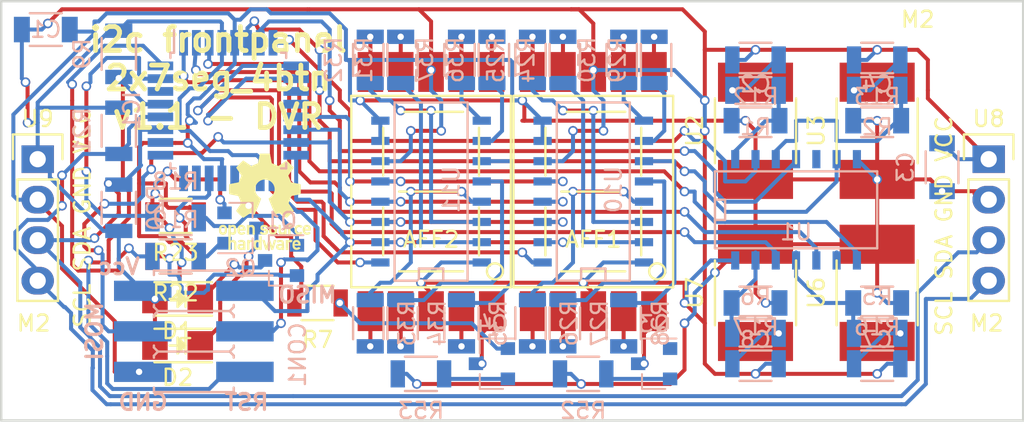
<source format=kicad_pcb>
(kicad_pcb (version 20171130) (host pcbnew 5.0.2+dfsg1-1)
  (layers (0 F.Cu signal) (31 B.Cu signal) (34 B.Paste user) (35 F.Paste user) (36 B.SilkS user) (37 F.SilkS user) (38 B.Mask user) (39 F.Mask user) (44 Edge.Cuts user))
  (net 0 "")
  (net 1 VCC)
  (net 2 "Net-(AFF1-Pad9)")
  (net 3 "Net-(AFF1-Pad10)")
  (net 4 "Net-(AFF1-Pad7)")
  (net 5 "Net-(AFF1-Pad6)")
  (net 6 "Net-(AFF1-Pad2)")
  (net 7 "Net-(AFF1-Pad1)")
  (net 8 "Net-(AFF1-Pad4)")
  (net 9 "Net-(AFF1-Pad5)")
  (net 10 "Net-(AFF2-Pad9)")
  (net 11 "Net-(AFF2-Pad10)")
  (net 12 "Net-(AFF2-Pad7)")
  (net 13 "Net-(AFF2-Pad6)")
  (net 14 "Net-(AFF2-Pad2)")
  (net 15 "Net-(AFF2-Pad1)")
  (net 16 "Net-(AFF2-Pad4)")
  (net 17 "Net-(AFF2-Pad5)")
  (net 18 GND)
  (net 19 /B1)
  (net 20 /B2)
  (net 21 /B3)
  (net 22 /B4)
  (net 23 /B5)
  (net 24 /B6)
  (net 25 /C)
  (net 26 /SCK)
  (net 27 /RST)
  (net 28 /B)
  (net 29 "Net-(D1-Pad1)")
  (net 30 "Net-(D2-Pad1)")
  (net 31 /SW6)
  (net 32 /SW5)
  (net 33 /SW4)
  (net 34 /SW3)
  (net 35 /SW2)
  (net 36 /SW1)
  (net 37 /LD0)
  (net 38 /LD1)
  (net 39 /LD2)
  (net 40 /LD3)
  (net 41 /A)
  (net 42 /D)
  (net 43 "Net-(IC1-Pad19)")
  (net 44 "Net-(IC1-Pad20)")
  (net 45 "Net-(IC1-Pad22)")
  (net 46 "Net-(IC1-Pad23)")
  (net 47 "Net-(IC1-Pad24)")
  (net 48 "Net-(IC1-Pad25)")
  (net 49 "Net-(IC1-Pad26)")
  (net 50 /SDA)
  (net 51 /SCL)
  (net 52 "Net-(IC1-Pad30)")
  (net 53 /LED1)
  (net 54 /LED2)
  (net 55 "Net-(Q1-Pad1)")
  (net 56 "Net-(Q1-Pad2)")
  (net 57 "Net-(Q2-Pad1)")
  (net 58 "Net-(Q2-Pad2)")
  (net 59 /DP0)
  (net 60 "Net-(Q3-Pad2)")
  (net 61 /DP1)
  (net 62 "Net-(Q4-Pad2)")
  (net 63 /S1)
  (net 64 /S2)
  (net 65 /S5)
  (net 66 /S6)
  (net 67 "Net-(R24-Pad2)")
  (net 68 "Net-(R25-Pad2)")
  (net 69 "Net-(R26-Pad2)")
  (net 70 "Net-(R27-Pad2)")
  (net 71 "Net-(R28-Pad2)")
  (net 72 "Net-(R29-Pad2)")
  (net 73 "Net-(R30-Pad2)")
  (net 74 "Net-(R31-Pad2)")
  (net 75 "Net-(R32-Pad2)")
  (net 76 "Net-(R33-Pad2)")
  (net 77 "Net-(R34-Pad2)")
  (net 78 "Net-(R35-Pad2)")
  (net 79 "Net-(R36-Pad2)")
  (net 80 "Net-(R37-Pad2)")
  (module Housings_QFP:TQFP-32_7x7mm_Pitch0.8mm (layer B.Cu) (at 46.99 27.94 270)
    (fp_text reference IC1 (at 0 6.05 270) (layer B.SilkS) (effects (justify mirror)))
    (fp_text value ATTINY88-A)
    (pad 1 smd rect (at -4.25 2.8 270) (size 1.6 0.55) (layers B.Cu B.Paste B.Mask) (net 31 /SW6))
    (pad 2 smd rect (at -4.25 2 270) (size 1.6 0.55) (layers B.Cu B.Paste B.Mask) (net 32 /SW5))
    (pad 3 smd rect (at -4.25 1.2 270) (size 1.6 0.55) (layers B.Cu B.Paste B.Mask) (net 33 /SW4))
    (pad 4 smd rect (at -4.25 0.4 270) (size 1.6 0.55) (layers B.Cu B.Paste B.Mask) (net 1 VCC))
    (pad 5 smd rect (at -4.25 -0.4 270) (size 1.6 0.55) (layers B.Cu B.Paste B.Mask) (net 18 GND))
    (pad 6 smd rect (at -4.25 -1.2 270) (size 1.6 0.55) (layers B.Cu B.Paste B.Mask) (net 34 /SW3))
    (pad 7 smd rect (at -4.25 -2 270) (size 1.6 0.55) (layers B.Cu B.Paste B.Mask) (net 35 /SW2))
    (pad 8 smd rect (at -4.25 -2.8 270) (size 1.6 0.55) (layers B.Cu B.Paste B.Mask) (net 36 /SW1))
    (pad 9 smd rect (at -2.8 -4.25 180) (size 1.6 0.55) (layers B.Cu B.Paste B.Mask) (net 37 /LD0))
    (pad 10 smd rect (at -2 -4.25 180) (size 1.6 0.55) (layers B.Cu B.Paste B.Mask) (net 38 /LD1))
    (pad 11 smd rect (at -1.2 -4.25 180) (size 1.6 0.55) (layers B.Cu B.Paste B.Mask) (net 39 /LD2))
    (pad 12 smd rect (at -0.4 -4.25 180) (size 1.6 0.55) (layers B.Cu B.Paste B.Mask) (net 40 /LD3))
    (pad 13 smd rect (at 0.4 -4.25 180) (size 1.6 0.55) (layers B.Cu B.Paste B.Mask) (net 41 /A))
    (pad 14 smd rect (at 1.2 -4.25 180) (size 1.6 0.55) (layers B.Cu B.Paste B.Mask) (net 42 /D))
    (pad 15 smd rect (at 2 -4.25 180) (size 1.6 0.55) (layers B.Cu B.Paste B.Mask) (net 28 /B))
    (pad 16 smd rect (at 2.8 -4.25 180) (size 1.6 0.55) (layers B.Cu B.Paste B.Mask) (net 25 /C))
    (pad 17 smd rect (at 4.25 -2.8 270) (size 1.6 0.55) (layers B.Cu B.Paste B.Mask) (net 26 /SCK))
    (pad 18 smd rect (at 4.25 -2 270) (size 1.6 0.55) (layers B.Cu B.Paste B.Mask) (net 1 VCC))
    (pad 19 smd rect (at 4.25 -1.2 270) (size 1.6 0.55) (layers B.Cu B.Paste B.Mask) (net 43 "Net-(IC1-Pad19)"))
    (pad 20 smd rect (at 4.25 -0.4 270) (size 1.6 0.55) (layers B.Cu B.Paste B.Mask) (net 44 "Net-(IC1-Pad20)"))
    (pad 21 smd rect (at 4.25 0.4 270) (size 1.6 0.55) (layers B.Cu B.Paste B.Mask) (net 18 GND))
    (pad 22 smd rect (at 4.25 1.2 270) (size 1.6 0.55) (layers B.Cu B.Paste B.Mask) (net 45 "Net-(IC1-Pad22)"))
    (pad 23 smd rect (at 4.25 2 270) (size 1.6 0.55) (layers B.Cu B.Paste B.Mask) (net 46 "Net-(IC1-Pad23)"))
    (pad 24 smd rect (at 4.25 2.8 270) (size 1.6 0.55) (layers B.Cu B.Paste B.Mask) (net 47 "Net-(IC1-Pad24)"))
    (pad 25 smd rect (at 2.8 4.25 180) (size 1.6 0.55) (layers B.Cu B.Paste B.Mask) (net 48 "Net-(IC1-Pad25)"))
    (pad 26 smd rect (at 2 4.25 180) (size 1.6 0.55) (layers B.Cu B.Paste B.Mask) (net 49 "Net-(IC1-Pad26)"))
    (pad 27 smd rect (at 1.2 4.25 180) (size 1.6 0.55) (layers B.Cu B.Paste B.Mask) (net 50 /SDA))
    (pad 28 smd rect (at 0.4 4.25 180) (size 1.6 0.55) (layers B.Cu B.Paste B.Mask) (net 51 /SCL))
    (pad 29 smd rect (at -0.4 4.25 180) (size 1.6 0.55) (layers B.Cu B.Paste B.Mask) (net 27 /RST))
    (pad 30 smd rect (at -1.2 4.25 180) (size 1.6 0.55) (layers B.Cu B.Paste B.Mask) (net 52 "Net-(IC1-Pad30)"))
    (pad 31 smd rect (at -2 4.25 180) (size 1.6 0.55) (layers B.Cu B.Paste B.Mask) (net 53 /LED1))
    (pad 32 smd rect (at -2.8 4.25 180) (size 1.6 0.55) (layers B.Cu B.Paste B.Mask) (net 54 /LED2))
  )
  (module Resistors_SMD:R_1206 (layer B.Cu) (at 80.01 43.815 180)
    (fp_text reference R17 (at 0 2.3 180) (layer B.SilkS) (effects (justify mirror)))
    (fp_text value 10k)
    (pad 1 smd rect (at -1.45 0 180) (size 0.9 1.7) (layers B.Cu B.Paste B.Mask) (net 1 VCC))
    (pad 2 smd rect (at 1.45 0 180) (size 0.9 1.7) (layers B.Cu B.Paste B.Mask) (net 66 /S6))
  )
  (module i2c_frontpanel:7seg_LTS_4817CKR_P (layer F.Cu) (at 69.85 33.02)
    (fp_text reference AFF1 (at 0 3) (layer F.SilkS))
    (fp_text value 7SEGMENTS)
    (pad 8 smd rect (at 0 -7.5) (size 1.6 2.5) (layers F.Cu F.Paste F.Mask) (net 1 VCC))
    (pad 9 smd rect (at -1.9 -7.5) (size 1.6 2.5) (layers F.Cu F.Paste F.Mask) (net 2 "Net-(AFF1-Pad9)"))
    (pad 10 smd rect (at -3.8 -7.5) (size 1.6 2.5) (layers F.Cu F.Paste F.Mask) (net 3 "Net-(AFF1-Pad10)"))
    (pad 7 smd rect (at 1.9 -7.5) (size 1.6 2.5) (layers F.Cu F.Paste F.Mask) (net 4 "Net-(AFF1-Pad7)"))
    (pad 6 smd rect (at 3.8 -7.5) (size 1.6 2.5) (layers F.Cu F.Paste F.Mask) (net 5 "Net-(AFF1-Pad6)"))
    (pad 3 smd rect (at 0 7.5) (size 1.6 2.5) (layers F.Cu F.Paste F.Mask) (net 1 VCC))
    (pad 2 smd rect (at -1.9 7.5) (size 1.6 2.5) (layers F.Cu F.Paste F.Mask) (net 6 "Net-(AFF1-Pad2)"))
    (pad 1 smd rect (at -3.8 7.5) (size 1.6 2.5) (layers F.Cu F.Paste F.Mask) (net 7 "Net-(AFF1-Pad1)"))
    (pad 4 smd rect (at 1.9 7.5) (size 1.6 2.5) (layers F.Cu F.Paste F.Mask) (net 8 "Net-(AFF1-Pad4)"))
    (pad 5 smd rect (at 3.8 7.5) (size 1.6 2.5) (layers F.Cu F.Paste F.Mask) (net 9 "Net-(AFF1-Pad5)"))
  )
  (module i2c_frontpanel:7seg_LTS_4817CKR_P (layer F.Cu) (at 59.69 33.02)
    (fp_text reference AFF2 (at 0 3) (layer F.SilkS))
    (fp_text value 7SEGMENTS)
    (pad 8 smd rect (at 0 -7.5) (size 1.6 2.5) (layers F.Cu F.Paste F.Mask) (net 1 VCC))
    (pad 9 smd rect (at -1.9 -7.5) (size 1.6 2.5) (layers F.Cu F.Paste F.Mask) (net 10 "Net-(AFF2-Pad9)"))
    (pad 10 smd rect (at -3.8 -7.5) (size 1.6 2.5) (layers F.Cu F.Paste F.Mask) (net 11 "Net-(AFF2-Pad10)"))
    (pad 7 smd rect (at 1.9 -7.5) (size 1.6 2.5) (layers F.Cu F.Paste F.Mask) (net 12 "Net-(AFF2-Pad7)"))
    (pad 6 smd rect (at 3.8 -7.5) (size 1.6 2.5) (layers F.Cu F.Paste F.Mask) (net 13 "Net-(AFF2-Pad6)"))
    (pad 3 smd rect (at 0 7.5) (size 1.6 2.5) (layers F.Cu F.Paste F.Mask) (net 1 VCC))
    (pad 2 smd rect (at -1.9 7.5) (size 1.6 2.5) (layers F.Cu F.Paste F.Mask) (net 14 "Net-(AFF2-Pad2)"))
    (pad 1 smd rect (at -3.8 7.5) (size 1.6 2.5) (layers F.Cu F.Paste F.Mask) (net 15 "Net-(AFF2-Pad1)"))
    (pad 4 smd rect (at 1.9 7.5) (size 1.6 2.5) (layers F.Cu F.Paste F.Mask) (net 16 "Net-(AFF2-Pad4)"))
    (pad 5 smd rect (at 3.8 7.5) (size 1.6 2.5) (layers F.Cu F.Paste F.Mask) (net 17 "Net-(AFF2-Pad5)"))
  )
  (module Capacitors_SMD:C_1206 (layer B.Cu) (at 35.56 22.86)
    (fp_text reference C1 (at 0 0) (layer B.SilkS) (effects (justify mirror)))
    (fp_text value 0.1uF)
    (pad 1 smd rect (at -1.5 0) (size 1 1.6) (layers B.Cu B.Paste B.Mask) (net 1 VCC))
    (pad 2 smd rect (at 1.5 0) (size 1 1.6) (layers B.Cu B.Paste B.Mask) (net 18 GND))
  )
  (module Capacitors_SMD:C_1206 (layer B.Cu) (at 80.01 28.575 180)
    (fp_text reference C2 (at 0 2.3 180) (layer B.SilkS) (effects (justify mirror)))
    (fp_text value 0.1uF)
    (pad 1 smd rect (at -1.5 0 180) (size 1 1.6) (layers B.Cu B.Paste B.Mask) (net 19 /B1))
    (pad 2 smd rect (at 1.5 0 180) (size 1 1.6) (layers B.Cu B.Paste B.Mask) (net 18 GND))
  )
  (module Capacitors_SMD:C_1206 (layer B.Cu) (at 91.694 31.496 270)
    (fp_text reference C3 (at 0 2.3 270) (layer B.SilkS) (effects (justify mirror)))
    (fp_text value 0.1uF)
    (pad 1 smd rect (at -1.5 0 270) (size 1 1.6) (layers B.Cu B.Paste B.Mask) (net 1 VCC))
    (pad 2 smd rect (at 1.5 0 270) (size 1 1.6) (layers B.Cu B.Paste B.Mask) (net 18 GND))
  )
  (module Capacitors_SMD:C_1206 (layer B.Cu) (at 87.63 28.575 180)
    (fp_text reference C4 (at 0 2.3 180) (layer B.SilkS) (effects (justify mirror)))
    (fp_text value 0.1uF)
    (pad 1 smd rect (at -1.5 0 180) (size 1 1.6) (layers B.Cu B.Paste B.Mask) (net 20 /B2))
    (pad 2 smd rect (at 1.5 0 180) (size 1 1.6) (layers B.Cu B.Paste B.Mask) (net 18 GND))
  )
  (module Capacitors_SMD:C_1206 (layer B.Cu) (at 87.63 40.005)
    (fp_text reference C7 (at 0 2.3) (layer B.SilkS) (effects (justify mirror)))
    (fp_text value 0.1uF)
    (pad 1 smd rect (at -1.5 0) (size 1 1.6) (layers B.Cu B.Paste B.Mask) (net 23 /B5))
    (pad 2 smd rect (at 1.5 0) (size 1 1.6) (layers B.Cu B.Paste B.Mask) (net 18 GND))
  )
  (module Capacitors_SMD:C_1206 (layer B.Cu) (at 80.01 40.005)
    (fp_text reference C8 (at 0 2.3) (layer B.SilkS) (effects (justify mirror)))
    (fp_text value 0.1uF)
    (pad 1 smd rect (at -1.5 0) (size 1 1.6) (layers B.Cu B.Paste B.Mask) (net 24 /B6))
    (pad 2 smd rect (at 1.5 0) (size 1 1.6) (layers B.Cu B.Paste B.Mask) (net 18 GND))
  )
  (module Pin_Headers:Pin_Header_Straight_SMT_02x03 (layer B.Cu) (at 44.831 41.783 270)
    (fp_text reference CON1 (at 1.47 -6.5 270) (layer B.SilkS) (effects (justify mirror)))
    (fp_text value AVR-ISP-6-DR)
    (pad 1 smd rect (at -2.54 -3.2 270) (size 1.27 3.6) (layers B.Cu B.Paste B.Mask) (net 25 /C))
    (pad 3 smd rect (at 0 -3.2 270) (size 1.27 3.6) (layers B.Cu B.Paste B.Mask) (net 26 /SCK))
    (pad 5 smd rect (at 2.54 -3.2 270) (size 1.27 3.6) (layers B.Cu B.Paste B.Mask) (net 27 /RST))
    (pad 6 smd rect (at 2.54 3.2 270) (size 1.27 3.6) (layers B.Cu B.Paste B.Mask) (net 18 GND))
    (pad 4 smd rect (at 0 3.2 270) (size 1.27 3.6) (layers B.Cu B.Paste B.Mask) (net 28 /B))
    (pad 2 smd rect (at -2.54 3.2 270) (size 1.27 3.6) (layers B.Cu B.Paste B.Mask) (net 1 VCC))
  )
  (module LEDs:LED_1206 (layer F.Cu) (at 43.815 39.751 180)
    (fp_text reference D1 (at 0 -2 180) (layer F.SilkS))
    (fp_text value LED)
    (pad 2 smd rect (at 1.41986 0) (size 1.59766 1.80086) (layers F.Cu F.Paste F.Mask) (net 1 VCC))
    (pad 1 smd rect (at -1.41986 0) (size 1.59766 1.80086) (layers F.Cu F.Paste F.Mask) (net 29 "Net-(D1-Pad1)"))
  )
  (module LEDs:LED_1206 (layer F.Cu) (at 43.815 42.672 180)
    (fp_text reference D2 (at 0 -2 180) (layer F.SilkS))
    (fp_text value LED)
    (pad 2 smd rect (at 1.41986 0) (size 1.59766 1.80086) (layers F.Cu F.Paste F.Mask) (net 1 VCC))
    (pad 1 smd rect (at -1.41986 0) (size 1.59766 1.80086) (layers F.Cu F.Paste F.Mask) (net 30 "Net-(D2-Pad1)"))
  )
  (module TO_SOT_Packages_SMD:SOT-23 (layer B.Cu) (at 50.292 37.338 180)
    (fp_text reference Q1 (at 0 2.5 180) (layer B.SilkS) (effects (justify mirror)))
    (fp_text value 2N7002)
    (pad 1 smd rect (at -1 0.95 180) (size 0.9 0.8) (layers B.Cu B.Paste B.Mask) (net 55 "Net-(Q1-Pad1)"))
    (pad 2 smd rect (at -1 -0.95 180) (size 0.9 0.8) (layers B.Cu B.Paste B.Mask) (net 56 "Net-(Q1-Pad2)"))
    (pad 3 smd rect (at 1 0 180) (size 0.9 0.8) (layers B.Cu B.Paste B.Mask) (net 29 "Net-(D1-Pad1)"))
  )
  (module TO_SOT_Packages_SMD:SOT-23 (layer B.Cu) (at 47.752 35.306)
    (fp_text reference Q2 (at 0 2.5) (layer B.SilkS) (effects (justify mirror)))
    (fp_text value 2N7002)
    (pad 1 smd rect (at -1 0.95) (size 0.9 0.8) (layers B.Cu B.Paste B.Mask) (net 57 "Net-(Q2-Pad1)"))
    (pad 2 smd rect (at -1 -0.95) (size 0.9 0.8) (layers B.Cu B.Paste B.Mask) (net 58 "Net-(Q2-Pad2)"))
    (pad 3 smd rect (at 1 0) (size 0.9 0.8) (layers B.Cu B.Paste B.Mask) (net 30 "Net-(D2-Pad1)"))
  )
  (module TO_SOT_Packages_SMD:SOT-23 (layer B.Cu) (at 73.66 43.815 180)
    (fp_text reference Q3 (at 0 2.5 180) (layer B.SilkS) (effects (justify mirror)))
    (fp_text value 2N7002)
    (pad 1 smd rect (at -1 0.95 180) (size 0.9 0.8) (layers B.Cu B.Paste B.Mask) (net 59 /DP0))
    (pad 2 smd rect (at -1 -0.95 180) (size 0.9 0.8) (layers B.Cu B.Paste B.Mask) (net 60 "Net-(Q3-Pad2)"))
    (pad 3 smd rect (at 1 0 180) (size 0.9 0.8) (layers B.Cu B.Paste B.Mask) (net 9 "Net-(AFF1-Pad5)"))
  )
  (module TO_SOT_Packages_SMD:SOT-23 (layer B.Cu) (at 63.5 43.815 180)
    (fp_text reference Q4 (at 0 2.5 180) (layer B.SilkS) (effects (justify mirror)))
    (fp_text value 2N7002)
    (pad 1 smd rect (at -1 0.95 180) (size 0.9 0.8) (layers B.Cu B.Paste B.Mask) (net 61 /DP1))
    (pad 2 smd rect (at -1 -0.95 180) (size 0.9 0.8) (layers B.Cu B.Paste B.Mask) (net 62 "Net-(Q4-Pad2)"))
    (pad 3 smd rect (at 1 0 180) (size 0.9 0.8) (layers B.Cu B.Paste B.Mask) (net 17 "Net-(AFF2-Pad5)"))
  )
  (module Resistors_SMD:R_1206 (layer B.Cu) (at 80.01 26.67)
    (fp_text reference R1 (at 0 2.3) (layer B.SilkS) (effects (justify mirror)))
    (fp_text value 10k)
    (pad 1 smd rect (at -1.45 0) (size 0.9 1.7) (layers B.Cu B.Paste B.Mask) (net 63 /S1))
    (pad 2 smd rect (at 1.45 0) (size 0.9 1.7) (layers B.Cu B.Paste B.Mask) (net 19 /B1))
  )
  (module Resistors_SMD:R_1206 (layer B.Cu) (at 87.63 26.67)
    (fp_text reference R2 (at 0 2.3) (layer B.SilkS) (effects (justify mirror)))
    (fp_text value 10k)
    (pad 1 smd rect (at -1.45 0) (size 0.9 1.7) (layers B.Cu B.Paste B.Mask) (net 64 /S2))
    (pad 2 smd rect (at 1.45 0) (size 0.9 1.7) (layers B.Cu B.Paste B.Mask) (net 20 /B2))
  )
  (module Resistors_SMD:R_1206 (layer B.Cu) (at 87.63 41.91 180)
    (fp_text reference R5 (at 0 2.3 180) (layer B.SilkS) (effects (justify mirror)))
    (fp_text value 10k)
    (pad 1 smd rect (at -1.45 0 180) (size 0.9 1.7) (layers B.Cu B.Paste B.Mask) (net 65 /S5))
    (pad 2 smd rect (at 1.45 0 180) (size 0.9 1.7) (layers B.Cu B.Paste B.Mask) (net 23 /B5))
  )
  (module Resistors_SMD:R_1206 (layer B.Cu) (at 80.01 41.91 180)
    (fp_text reference R6 (at 0 2.3 180) (layer B.SilkS) (effects (justify mirror)))
    (fp_text value 10k)
    (pad 1 smd rect (at -1.45 0 180) (size 0.9 1.7) (layers B.Cu B.Paste B.Mask) (net 66 /S6))
    (pad 2 smd rect (at 1.45 0 180) (size 0.9 1.7) (layers B.Cu B.Paste B.Mask) (net 24 /B6))
  )
  (module Resistors_SMD:R_1206 (layer F.Cu) (at 52.578 40.005 180)
    (fp_text reference R7 (at 0 -2.3 180) (layer F.SilkS))
    (fp_text value 100)
    (pad 1 smd rect (at -1.45 0 180) (size 0.9 1.7) (layers F.Cu F.Paste F.Mask) (net 61 /DP1))
    (pad 2 smd rect (at 1.45 0 180) (size 0.9 1.7) (layers F.Cu F.Paste F.Mask) (net 43 "Net-(IC1-Pad19)"))
  )
  (module Resistors_SMD:R_1206 (layer B.Cu) (at 40.132 24.384 270)
    (fp_text reference R9 (at 0 2.3 270) (layer B.SilkS) (effects (justify mirror)))
    (fp_text value 10k)
    (pad 1 smd rect (at -1.45 0 270) (size 0.9 1.7) (layers B.Cu B.Paste B.Mask) (net 1 VCC))
    (pad 2 smd rect (at 1.45 0 270) (size 0.9 1.7) (layers B.Cu B.Paste B.Mask) (net 27 /RST))
  )
  (module Resistors_SMD:R_1206 (layer B.Cu) (at 80.01 24.765)
    (fp_text reference R12 (at 0 2.3) (layer B.SilkS) (effects (justify mirror)))
    (fp_text value 10k)
    (pad 1 smd rect (at -1.45 0) (size 0.9 1.7) (layers B.Cu B.Paste B.Mask) (net 1 VCC))
    (pad 2 smd rect (at 1.45 0) (size 0.9 1.7) (layers B.Cu B.Paste B.Mask) (net 63 /S1))
  )
  (module Resistors_SMD:R_1206 (layer B.Cu) (at 87.63 24.765)
    (fp_text reference R13 (at 0 2.3) (layer B.SilkS) (effects (justify mirror)))
    (fp_text value 10k)
    (pad 1 smd rect (at -1.45 0) (size 0.9 1.7) (layers B.Cu B.Paste B.Mask) (net 1 VCC))
    (pad 2 smd rect (at 1.45 0) (size 0.9 1.7) (layers B.Cu B.Paste B.Mask) (net 64 /S2))
  )
  (module Resistors_SMD:R_1206 (layer B.Cu) (at 87.63 43.815 180)
    (fp_text reference R16 (at 0 2.3 180) (layer B.SilkS) (effects (justify mirror)))
    (fp_text value 10k)
    (pad 1 smd rect (at -1.45 0 180) (size 0.9 1.7) (layers B.Cu B.Paste B.Mask) (net 1 VCC))
    (pad 2 smd rect (at 1.45 0 180) (size 0.9 1.7) (layers B.Cu B.Paste B.Mask) (net 65 /S5))
  )
  (module Resistors_SMD:R_1206 (layer B.Cu) (at 43.688 34.671 180)
    (fp_text reference R18 (at 0 2.3 180) (layer B.SilkS) (effects (justify mirror)))
    (fp_text value 100)
    (pad 1 smd rect (at -1.45 0 180) (size 0.9 1.7) (layers B.Cu B.Paste B.Mask) (net 55 "Net-(Q1-Pad1)"))
    (pad 2 smd rect (at 1.45 0 180) (size 0.9 1.7) (layers B.Cu B.Paste B.Mask) (net 53 /LED1))
  )
  (module Resistors_SMD:R_1206 (layer B.Cu) (at 43.688 37.084 180)
    (fp_text reference R19 (at 0 2.3 180) (layer B.SilkS) (effects (justify mirror)))
    (fp_text value 100)
    (pad 1 smd rect (at -1.45 0 180) (size 0.9 1.7) (layers B.Cu B.Paste B.Mask) (net 57 "Net-(Q2-Pad1)"))
    (pad 2 smd rect (at 1.45 0 180) (size 0.9 1.7) (layers B.Cu B.Paste B.Mask) (net 54 /LED2))
  )
  (module Resistors_SMD:R_1206 (layer B.Cu) (at 40.132 34.036 90)
    (fp_text reference R20 (at 0 2.3 90) (layer B.SilkS) (effects (justify mirror)))
    (fp_text value 4.7k)
    (pad 1 smd rect (at -1.45 0 90) (size 0.9 1.7) (layers B.Cu B.Paste B.Mask) (net 1 VCC))
    (pad 2 smd rect (at 1.45 0 90) (size 0.9 1.7) (layers B.Cu B.Paste B.Mask) (net 50 /SDA))
  )
  (module Resistors_SMD:R_1206 (layer B.Cu) (at 40.132 29.21 270)
    (fp_text reference R21 (at 0 2.3 270) (layer B.SilkS) (effects (justify mirror)))
    (fp_text value 4.7k)
    (pad 1 smd rect (at -1.45 0 270) (size 0.9 1.7) (layers B.Cu B.Paste B.Mask) (net 1 VCC))
    (pad 2 smd rect (at 1.45 0 270) (size 0.9 1.7) (layers B.Cu B.Paste B.Mask) (net 51 /SCL))
  )
  (module Resistors_SMD:R_1206 (layer F.Cu) (at 43.688 37.084 180)
    (fp_text reference R22 (at 0 -2.3 180) (layer F.SilkS))
    (fp_text value 470)
    (pad 1 smd rect (at -1.45 0 180) (size 0.9 1.7) (layers F.Cu F.Paste F.Mask) (net 18 GND))
    (pad 2 smd rect (at 1.45 0 180) (size 0.9 1.7) (layers F.Cu F.Paste F.Mask) (net 56 "Net-(Q1-Pad2)"))
  )
  (module Resistors_SMD:R_1206 (layer F.Cu) (at 43.688 34.544 180)
    (fp_text reference R23 (at 0 -2.3 180) (layer F.SilkS))
    (fp_text value 470)
    (pad 1 smd rect (at -1.45 0 180) (size 0.9 1.7) (layers F.Cu F.Paste F.Mask) (net 18 GND))
    (pad 2 smd rect (at 1.45 0 180) (size 0.9 1.7) (layers F.Cu F.Paste F.Mask) (net 58 "Net-(Q2-Pad2)"))
  )
  (module Resistors_SMD:R_1206 (layer B.Cu) (at 67.945 24.765 270)
    (fp_text reference R24 (at 0 2.3 270) (layer B.SilkS) (effects (justify mirror)))
    (fp_text value 470)
    (pad 1 smd rect (at -1.45 0 270) (size 0.9 1.7) (layers B.Cu B.Paste B.Mask) (net 2 "Net-(AFF1-Pad9)"))
    (pad 2 smd rect (at 1.45 0 270) (size 0.9 1.7) (layers B.Cu B.Paste B.Mask) (net 67 "Net-(R24-Pad2)"))
  )
  (module Resistors_SMD:R_1206 (layer B.Cu) (at 66.04 24.765 270)
    (fp_text reference R25 (at 0 2.3 270) (layer B.SilkS) (effects (justify mirror)))
    (fp_text value 470)
    (pad 1 smd rect (at -1.45 0 270) (size 0.9 1.7) (layers B.Cu B.Paste B.Mask) (net 3 "Net-(AFF1-Pad10)"))
    (pad 2 smd rect (at 1.45 0 270) (size 0.9 1.7) (layers B.Cu B.Paste B.Mask) (net 68 "Net-(R25-Pad2)"))
  )
  (module Resistors_SMD:R_1206 (layer B.Cu) (at 66.04 41.275 90)
    (fp_text reference R26 (at 0 2.3 90) (layer B.SilkS) (effects (justify mirror)))
    (fp_text value 470)
    (pad 1 smd rect (at -1.45 0 90) (size 0.9 1.7) (layers B.Cu B.Paste B.Mask) (net 7 "Net-(AFF1-Pad1)"))
    (pad 2 smd rect (at 1.45 0 90) (size 0.9 1.7) (layers B.Cu B.Paste B.Mask) (net 69 "Net-(R26-Pad2)"))
  )
  (module Resistors_SMD:R_1206 (layer B.Cu) (at 67.945 41.275 90)
    (fp_text reference R27 (at 0 2.3 90) (layer B.SilkS) (effects (justify mirror)))
    (fp_text value 470)
    (pad 1 smd rect (at -1.45 0 90) (size 0.9 1.7) (layers B.Cu B.Paste B.Mask) (net 6 "Net-(AFF1-Pad2)"))
    (pad 2 smd rect (at 1.45 0 90) (size 0.9 1.7) (layers B.Cu B.Paste B.Mask) (net 70 "Net-(R27-Pad2)"))
  )
  (module Resistors_SMD:R_1206 (layer B.Cu) (at 71.755 41.275 90)
    (fp_text reference R28 (at 0 2.3 90) (layer B.SilkS) (effects (justify mirror)))
    (fp_text value 470)
    (pad 1 smd rect (at -1.45 0 90) (size 0.9 1.7) (layers B.Cu B.Paste B.Mask) (net 8 "Net-(AFF1-Pad4)"))
    (pad 2 smd rect (at 1.45 0 90) (size 0.9 1.7) (layers B.Cu B.Paste B.Mask) (net 71 "Net-(R28-Pad2)"))
  )
  (module Resistors_SMD:R_1206 (layer B.Cu) (at 73.66 24.765 270)
    (fp_text reference R29 (at 0 2.3 270) (layer B.SilkS) (effects (justify mirror)))
    (fp_text value 470)
    (pad 1 smd rect (at -1.45 0 270) (size 0.9 1.7) (layers B.Cu B.Paste B.Mask) (net 5 "Net-(AFF1-Pad6)"))
    (pad 2 smd rect (at 1.45 0 270) (size 0.9 1.7) (layers B.Cu B.Paste B.Mask) (net 72 "Net-(R29-Pad2)"))
  )
  (module Resistors_SMD:R_1206 (layer B.Cu) (at 71.755 24.765 270)
    (fp_text reference R30 (at 0 2.3 270) (layer B.SilkS) (effects (justify mirror)))
    (fp_text value 470)
    (pad 1 smd rect (at -1.45 0 270) (size 0.9 1.7) (layers B.Cu B.Paste B.Mask) (net 4 "Net-(AFF1-Pad7)"))
    (pad 2 smd rect (at 1.45 0 270) (size 0.9 1.7) (layers B.Cu B.Paste B.Mask) (net 73 "Net-(R30-Pad2)"))
  )
  (module Resistors_SMD:R_1206 (layer B.Cu) (at 57.785 24.765 270)
    (fp_text reference R31 (at 0 2.3 270) (layer B.SilkS) (effects (justify mirror)))
    (fp_text value 470)
    (pad 1 smd rect (at -1.45 0 270) (size 0.9 1.7) (layers B.Cu B.Paste B.Mask) (net 10 "Net-(AFF2-Pad9)"))
    (pad 2 smd rect (at 1.45 0 270) (size 0.9 1.7) (layers B.Cu B.Paste B.Mask) (net 74 "Net-(R31-Pad2)"))
  )
  (module Resistors_SMD:R_1206 (layer B.Cu) (at 55.88 24.765 270)
    (fp_text reference R32 (at 0 2.3 270) (layer B.SilkS) (effects (justify mirror)))
    (fp_text value 470)
    (pad 1 smd rect (at -1.45 0 270) (size 0.9 1.7) (layers B.Cu B.Paste B.Mask) (net 11 "Net-(AFF2-Pad10)"))
    (pad 2 smd rect (at 1.45 0 270) (size 0.9 1.7) (layers B.Cu B.Paste B.Mask) (net 75 "Net-(R32-Pad2)"))
  )
  (module Resistors_SMD:R_1206 (layer B.Cu) (at 55.88 41.275 90)
    (fp_text reference R33 (at 0 2.3 90) (layer B.SilkS) (effects (justify mirror)))
    (fp_text value 470)
    (pad 1 smd rect (at -1.45 0 90) (size 0.9 1.7) (layers B.Cu B.Paste B.Mask) (net 15 "Net-(AFF2-Pad1)"))
    (pad 2 smd rect (at 1.45 0 90) (size 0.9 1.7) (layers B.Cu B.Paste B.Mask) (net 76 "Net-(R33-Pad2)"))
  )
  (module Resistors_SMD:R_1206 (layer B.Cu) (at 57.785 41.275 90)
    (fp_text reference R34 (at 0 2.3 90) (layer B.SilkS) (effects (justify mirror)))
    (fp_text value 470)
    (pad 1 smd rect (at -1.45 0 90) (size 0.9 1.7) (layers B.Cu B.Paste B.Mask) (net 14 "Net-(AFF2-Pad2)"))
    (pad 2 smd rect (at 1.45 0 90) (size 0.9 1.7) (layers B.Cu B.Paste B.Mask) (net 77 "Net-(R34-Pad2)"))
  )
  (module Resistors_SMD:R_1206 (layer B.Cu) (at 61.595 41.275 90)
    (fp_text reference R35 (at 0 2.3 90) (layer B.SilkS) (effects (justify mirror)))
    (fp_text value 470)
    (pad 1 smd rect (at -1.45 0 90) (size 0.9 1.7) (layers B.Cu B.Paste B.Mask) (net 16 "Net-(AFF2-Pad4)"))
    (pad 2 smd rect (at 1.45 0 90) (size 0.9 1.7) (layers B.Cu B.Paste B.Mask) (net 78 "Net-(R35-Pad2)"))
  )
  (module Resistors_SMD:R_1206 (layer B.Cu) (at 63.5 24.765 270)
    (fp_text reference R36 (at 0 2.3 270) (layer B.SilkS) (effects (justify mirror)))
    (fp_text value 470)
    (pad 1 smd rect (at -1.45 0 270) (size 0.9 1.7) (layers B.Cu B.Paste B.Mask) (net 13 "Net-(AFF2-Pad6)"))
    (pad 2 smd rect (at 1.45 0 270) (size 0.9 1.7) (layers B.Cu B.Paste B.Mask) (net 79 "Net-(R36-Pad2)"))
  )
  (module Resistors_SMD:R_1206 (layer B.Cu) (at 61.595 24.765 270)
    (fp_text reference R37 (at 0 2.3 270) (layer B.SilkS) (effects (justify mirror)))
    (fp_text value 470)
    (pad 1 smd rect (at -1.45 0 270) (size 0.9 1.7) (layers B.Cu B.Paste B.Mask) (net 12 "Net-(AFF2-Pad7)"))
    (pad 2 smd rect (at 1.45 0 270) (size 0.9 1.7) (layers B.Cu B.Paste B.Mask) (net 80 "Net-(R37-Pad2)"))
  )
  (module Resistors_SMD:R_1206 (layer B.Cu) (at 69.215 44.45)
    (fp_text reference R52 (at 0 2.3) (layer B.SilkS) (effects (justify mirror)))
    (fp_text value 470)
    (pad 1 smd rect (at -1.45 0) (size 0.9 1.7) (layers B.Cu B.Paste B.Mask) (net 18 GND))
    (pad 2 smd rect (at 1.45 0) (size 0.9 1.7) (layers B.Cu B.Paste B.Mask) (net 60 "Net-(Q3-Pad2)"))
  )
  (module Resistors_SMD:R_1206 (layer B.Cu) (at 59.055 44.45)
    (fp_text reference R53 (at 0 2.3) (layer B.SilkS) (effects (justify mirror)))
    (fp_text value 470)
    (pad 1 smd rect (at -1.45 0) (size 0.9 1.7) (layers B.Cu B.Paste B.Mask) (net 18 GND))
    (pad 2 smd rect (at 1.45 0) (size 0.9 1.7) (layers B.Cu B.Paste B.Mask) (net 62 "Net-(Q4-Pad2)"))
  )
  (module SMD_Packages:SOIC-14_N (layer B.Cu) (at 82.55 34.29)
    (fp_text reference U1 (at 0 1.27) (layer B.SilkS) (effects (justify mirror)))
    (fp_text value 74HC14D_653)
    (pad 1 smd rect (at -3.81 -3.302) (size 0.508 1.143) (layers B.Cu B.Paste B.Mask) (net 19 /B1))
    (pad 2 smd rect (at -2.54 -3.302) (size 0.508 1.143) (layers B.Cu B.Paste B.Mask) (net 36 /SW1))
    (pad 3 smd rect (at -1.27 -3.302) (size 0.508 1.143) (layers B.Cu B.Paste B.Mask) (net 20 /B2))
    (pad 4 smd rect (at 0 -3.302) (size 0.508 1.143) (layers B.Cu B.Paste B.Mask) (net 35 /SW2))
    (pad 5 smd rect (at 1.27 -3.302) (size 0.508 1.143) (layers B.Cu B.Paste B.Mask) (net 21 /B3))
    (pad 6 smd rect (at 2.54 -3.302) (size 0.508 1.143) (layers B.Cu B.Paste B.Mask) (net 34 /SW3))
    (pad 7 smd rect (at 3.81 -3.302) (size 0.508 1.143) (layers B.Cu B.Paste B.Mask) (net 18 GND))
    (pad 8 smd rect (at 3.81 3.048) (size 0.508 1.143) (layers B.Cu B.Paste B.Mask) (net 33 /SW4))
    (pad 9 smd rect (at 2.54 3.048) (size 0.508 1.143) (layers B.Cu B.Paste B.Mask) (net 22 /B4))
    (pad 11 smd rect (at 0 3.048) (size 0.508 1.143) (layers B.Cu B.Paste B.Mask) (net 23 /B5))
    (pad 12 smd rect (at -1.27 3.048) (size 0.508 1.143) (layers B.Cu B.Paste B.Mask) (net 31 /SW6))
    (pad 13 smd rect (at -2.54 3.048) (size 0.508 1.143) (layers B.Cu B.Paste B.Mask) (net 24 /B6))
    (pad 14 smd rect (at -3.81 3.048) (size 0.508 1.143) (layers B.Cu B.Paste B.Mask) (net 1 VCC))
    (pad 10 smd rect (at 1.27 3.048) (size 0.508 1.143) (layers B.Cu B.Paste B.Mask) (net 32 /SW5))
  )
  (module Resistors_SMD:R_2816 (layer F.Cu) (at 80.01 29.21 90)
    (fp_text reference U2 (at 0 -3.81 90) (layer F.SilkS))
    (fp_text value SW_SPST)
    (pad 1 smd rect (at -3.048 0 90) (size 2.45 4.7) (layers F.Cu F.Paste F.Mask) (net 18 GND))
    (pad 2 smd rect (at 3.048 0 90) (size 2.45 4.7) (layers F.Cu F.Paste F.Mask) (net 63 /S1))
  )
  (module Resistors_SMD:R_2816 (layer F.Cu) (at 87.63 29.21 90)
    (fp_text reference U3 (at 0 -3.81 90) (layer F.SilkS))
    (fp_text value SW_SPST)
    (pad 1 smd rect (at -3.048 0 90) (size 2.45 4.7) (layers F.Cu F.Paste F.Mask) (net 18 GND))
    (pad 2 smd rect (at 3.048 0 90) (size 2.45 4.7) (layers F.Cu F.Paste F.Mask) (net 64 /S2))
  )
  (module Resistors_SMD:R_2816 (layer F.Cu) (at 87.63 39.37 270)
    (fp_text reference U6 (at 0 3.81 270) (layer F.SilkS))
    (fp_text value SW_SPST)
    (pad 1 smd rect (at -3.048 0 270) (size 2.45 4.7) (layers F.Cu F.Paste F.Mask) (net 18 GND))
    (pad 2 smd rect (at 3.048 0 270) (size 2.45 4.7) (layers F.Cu F.Paste F.Mask) (net 65 /S5))
  )
  (module Resistors_SMD:R_2816 (layer F.Cu) (at 80.01 39.37 270)
    (fp_text reference U7 (at 0 3.81 270) (layer F.SilkS))
    (fp_text value SW_SPST)
    (pad 1 smd rect (at -3.048 0 270) (size 2.45 4.7) (layers F.Cu F.Paste F.Mask) (net 18 GND))
    (pad 2 smd rect (at 3.048 0 270) (size 2.45 4.7) (layers F.Cu F.Paste F.Mask) (net 66 /S6))
  )
  (module Pin_Headers:Pin_Header_Straight_1x04 (layer F.Cu) (at 94.615 30.988)
    (fp_text reference U8 (at 0 -2.54) (layer F.SilkS))
    (fp_text value "SCL SDA GND VCC" (at -2.794 4.191 90) (layer F.SilkS))
    (pad 1 thru_hole rect (at 0 0) (size 2.032 1.7272) (drill 1.016) (layers *.Cu *.Mask) (net 1 VCC))
    (pad 2 thru_hole oval (at 0 2.54) (size 2.032 1.7272) (drill 1.016) (layers *.Cu *.Mask) (net 18 GND))
    (pad 3 thru_hole oval (at 0 5.08) (size 2.032 1.7272) (drill 1.016) (layers *.Cu *.Mask) (net 50 /SDA))
    (pad 4 thru_hole oval (at 0 7.62) (size 2.032 1.7272) (drill 1.016) (layers *.Cu *.Mask) (net 51 /SCL))
  )
  (module Pin_Headers:Pin_Header_Straight_1x04 (layer F.Cu) (at 35.052 30.988)
    (fp_text reference U9 (at 0 -2.54) (layer F.SilkS))
    (fp_text value "SCL SDA GND VCC" (at 2.794 3.683 90) (layer F.SilkS))
    (pad 1 thru_hole rect (at 0 0) (size 2.032 1.7272) (drill 1.016) (layers *.Cu *.Mask) (net 1 VCC))
    (pad 2 thru_hole oval (at 0 2.54) (size 2.032 1.7272) (drill 1.016) (layers *.Cu *.Mask) (net 18 GND))
    (pad 3 thru_hole oval (at 0 5.08) (size 2.032 1.7272) (drill 1.016) (layers *.Cu *.Mask) (net 50 /SDA))
    (pad 4 thru_hole oval (at 0 7.62) (size 2.032 1.7272) (drill 1.016) (layers *.Cu *.Mask) (net 51 /SCL))
  )
  (module SMD_Packages:SO-16-N (layer B.Cu) (at 69.85 33.02 90)
    (fp_text reference U10 (at 0.127 1.27 90) (layer B.SilkS) (effects (justify mirror)))
    (fp_text value MC14543B)
    (pad 16 smd rect (at -4.445 3.175 90) (size 0.508 1.143) (layers B.Cu B.Paste B.Mask) (net 1 VCC))
    (pad 14 smd rect (at -1.905 3.175 90) (size 0.508 1.143) (layers B.Cu B.Paste B.Mask) (net 68 "Net-(R25-Pad2)"))
    (pad 13 smd rect (at -0.635 3.175 90) (size 0.508 1.143) (layers B.Cu B.Paste B.Mask) (net 69 "Net-(R26-Pad2)"))
    (pad 12 smd rect (at 0.635 3.175 90) (size 0.508 1.143) (layers B.Cu B.Paste B.Mask) (net 70 "Net-(R27-Pad2)"))
    (pad 11 smd rect (at 1.905 3.175 90) (size 0.508 1.143) (layers B.Cu B.Paste B.Mask) (net 71 "Net-(R28-Pad2)"))
    (pad 10 smd rect (at 3.175 3.175 90) (size 0.508 1.143) (layers B.Cu B.Paste B.Mask) (net 72 "Net-(R29-Pad2)"))
    (pad 9 smd rect (at 4.445 3.175 90) (size 0.508 1.143) (layers B.Cu B.Paste B.Mask) (net 73 "Net-(R30-Pad2)"))
    (pad 8 smd rect (at 4.445 -3.175 90) (size 0.508 1.143) (layers B.Cu B.Paste B.Mask) (net 18 GND))
    (pad 7 smd rect (at 3.175 -3.175 90) (size 0.508 1.143) (layers B.Cu B.Paste B.Mask) (net 18 GND))
    (pad 6 smd rect (at 1.905 -3.175 90) (size 0.508 1.143) (layers B.Cu B.Paste B.Mask) (net 1 VCC))
    (pad 5 smd rect (at 0.635 -3.175 90) (size 0.508 1.143) (layers B.Cu B.Paste B.Mask) (net 41 /A))
    (pad 4 smd rect (at -0.635 -3.175 90) (size 0.508 1.143) (layers B.Cu B.Paste B.Mask) (net 42 /D))
    (pad 3 smd rect (at -1.905 -3.175 90) (size 0.508 1.143) (layers B.Cu B.Paste B.Mask) (net 28 /B))
    (pad 2 smd rect (at -3.175 -3.175 90) (size 0.508 1.143) (layers B.Cu B.Paste B.Mask) (net 25 /C))
    (pad 1 smd rect (at -4.445 -3.175 90) (size 0.508 1.143) (layers B.Cu B.Paste B.Mask) (net 37 /LD0))
    (pad 15 smd rect (at -3.175 3.175 90) (size 0.508 1.143) (layers B.Cu B.Paste B.Mask) (net 67 "Net-(R24-Pad2)"))
  )
  (module SMD_Packages:SO-16-N (layer B.Cu) (at 59.69 33.02 90)
    (fp_text reference U11 (at 0.127 1.27 90) (layer B.SilkS) (effects (justify mirror)))
    (fp_text value MC14543B)
    (pad 16 smd rect (at -4.445 3.175 90) (size 0.508 1.143) (layers B.Cu B.Paste B.Mask) (net 1 VCC))
    (pad 14 smd rect (at -1.905 3.175 90) (size 0.508 1.143) (layers B.Cu B.Paste B.Mask) (net 75 "Net-(R32-Pad2)"))
    (pad 13 smd rect (at -0.635 3.175 90) (size 0.508 1.143) (layers B.Cu B.Paste B.Mask) (net 76 "Net-(R33-Pad2)"))
    (pad 12 smd rect (at 0.635 3.175 90) (size 0.508 1.143) (layers B.Cu B.Paste B.Mask) (net 77 "Net-(R34-Pad2)"))
    (pad 11 smd rect (at 1.905 3.175 90) (size 0.508 1.143) (layers B.Cu B.Paste B.Mask) (net 78 "Net-(R35-Pad2)"))
    (pad 10 smd rect (at 3.175 3.175 90) (size 0.508 1.143) (layers B.Cu B.Paste B.Mask) (net 79 "Net-(R36-Pad2)"))
    (pad 9 smd rect (at 4.445 3.175 90) (size 0.508 1.143) (layers B.Cu B.Paste B.Mask) (net 80 "Net-(R37-Pad2)"))
    (pad 8 smd rect (at 4.445 -3.175 90) (size 0.508 1.143) (layers B.Cu B.Paste B.Mask) (net 18 GND))
    (pad 7 smd rect (at 3.175 -3.175 90) (size 0.508 1.143) (layers B.Cu B.Paste B.Mask) (net 18 GND))
    (pad 6 smd rect (at 1.905 -3.175 90) (size 0.508 1.143) (layers B.Cu B.Paste B.Mask) (net 1 VCC))
    (pad 5 smd rect (at 0.635 -3.175 90) (size 0.508 1.143) (layers B.Cu B.Paste B.Mask) (net 41 /A))
    (pad 4 smd rect (at -0.635 -3.175 90) (size 0.508 1.143) (layers B.Cu B.Paste B.Mask) (net 42 /D))
    (pad 3 smd rect (at -1.905 -3.175 90) (size 0.508 1.143) (layers B.Cu B.Paste B.Mask) (net 28 /B))
    (pad 2 smd rect (at -3.175 -3.175 90) (size 0.508 1.143) (layers B.Cu B.Paste B.Mask) (net 25 /C))
    (pad 1 smd rect (at -4.445 -3.175 90) (size 0.508 1.143) (layers B.Cu B.Paste B.Mask) (net 38 /LD1))
    (pad 15 smd rect (at -3.175 3.175 90) (size 0.508 1.143) (layers B.Cu B.Paste B.Mask) (net 74 "Net-(R31-Pad2)"))
  )
  (module Mounting_Holes:MountingHole_2.2mm_M2 (layer F.Cu) (at 35.56 44.577)
    (fp_text reference "" (at 0 -3.2) (layer F.SilkS))
    (fp_text value M2 (at -0.762 -3.302) (layer F.SilkS))
    (pad 1 np_thru_hole circle (at 0 0) (size 2.2 2.2) (drill 2.2) (layers *.Cu *.Mask))
  )
  (module Mounting_Holes:MountingHole_2.2mm_M2 (layer F.Cu) (at 93.726 24.003)
    (fp_text reference "" (at -2.413 -1.778) (layer F.SilkS))
    (fp_text value M2 (at -3.556 -1.778) (layer F.SilkS))
    (pad 1 np_thru_hole circle (at 0 0) (size 2.2 2.2) (drill 2.2) (layers *.Cu *.Mask))
  )
  (module Mounting_Holes:MountingHole_2.2mm_M2 (layer F.Cu) (at 93.726 44.577)
    (fp_text reference "" (at 0 -3.2) (layer F.SilkS))
    (fp_text value M2 (at 0.762 -3.302) (layer F.SilkS))
    (pad 1 np_thru_hole circle (at 0 0) (size 2.2 2.2) (drill 2.2) (layers *.Cu *.Mask))
  )
  (module Symbols:OSHW-Logo_5.7x6mm_SilkScreen (layer F.Cu) (at 49.276 33.655)
    (fp_text reference REF*** hide)
    (fp_text value OSHW-Logo_5.7x6mm_SilkScreen hide)
  )
  (gr_line (start 32.766 21.082) (end 96.774 21.082) (angle 90) (layer Edge.Cuts) (width 0.15))
  (gr_line (start 96.774 47.371) (end 32.766 47.371) (angle 90) (layer Edge.Cuts) (width 0.15))
  (gr_line (start 96.774 32.893) (end 96.774 21.082) (angle 90) (layer Edge.Cuts) (width 0.15))
  (gr_line (start 96.774 32.893) (end 96.774 47.371) (angle 90) (layer Edge.Cuts) (width 0.15))
  (gr_text MISO (at 51.943 39.497) (layer B.SilkS) (effects (font (size 1 1) (thickness 0.2)) (justify mirror)))
  (gr_text MOSI (at 38.608 41.783 90) (layer B.SilkS) (effects (font (size 1 1) (thickness 0.2)) (justify mirror)))
  (gr_text Vcc (at 40.132 37.719) (layer B.SilkS) (effects (font (size 1 1) (thickness 0.2)) (justify mirror)))
  (gr_text RST (at 48.133 46.228) (layer B.SilkS) (effects (font (size 1 1) (thickness 0.2)) (justify mirror)))
  (gr_text GND (at 41.656 46.228) (layer B.SilkS) (effects (font (size 1 1) (thickness 0.2)) (justify mirror)))
  (gr_text "i2c frontpanel\n2x7seg_4btn\nv1.1 - DVR" (at 46.355 25.908) (layer F.SilkS) (effects (font (size 1.5 1.5) (thickness 0.3))))
  (gr_line (start 32.766 47.244) (end 32.766 47.371) (angle 90) (layer Edge.Cuts) (width 0.15))
  (gr_line (start 32.766 21.082) (end 32.766 47.244) (angle 90) (layer Edge.Cuts) (width 0.15))
  (segment (start 51.943 40.259) (end 51.943 40.513) (width 0.25) (layer F.Cu) (net 0))
  (segment (start 91.694 29.996) (end 91.718 29.996) (width 0.25) (layer B.Cu) (net 1))
  (segment (start 91.718 29.996) (end 92.71 30.988) (width 0.25) (layer B.Cu) (net 1))
  (segment (start 92.71 30.988) (end 94.615 30.988) (width 0.25) (layer B.Cu) (net 1))
  (segment (start 90.805 26.67) (end 90.805 27.178) (width 0.25) (layer F.Cu) (net 1))
  (segment (start 90.805 24.765) (end 90.17 24.13) (width 0.25) (layer F.Cu) (net 1))
  (segment (start 90.805 26.67) (end 90.805 24.765) (width 0.25) (layer F.Cu) (net 1))
  (segment (start 87.63 24.13) (end 90.17 24.13) (width 0.25) (layer F.Cu) (net 1))
  (segment (start 90.805 27.178) (end 94.615 30.988) (width 0.25) (layer F.Cu) (net 1))
  (segment (start 58.928 21.59) (end 52.07 21.59) (width 0.25) (layer F.Cu) (net 1))
  (segment (start 35.306 22.86) (end 35.687 22.479) (width 0.25) (layer B.Cu) (net 1))
  (via (at 35.687 22.479) (size 0.6) (drill 0.4) (layers F.Cu B.Cu) (net 1))
  (segment (start 35.687 22.479) (end 36.576 21.59) (width 0.25) (layer F.Cu) (net 1))
  (segment (start 36.576 21.59) (end 51.943 21.59) (width 0.25) (layer F.Cu) (net 1))
  (segment (start 35.306 22.86) (end 34.06 22.86) (width 0.25) (layer B.Cu) (net 1))
  (segment (start 52.07 21.59) (end 51.943 21.59) (width 0.25) (layer F.Cu) (net 1))
  (segment (start 69.85 25.4) (end 74.93 25.4) (width 0.25) (layer B.Cu) (net 1))
  (segment (start 74.93 25.4) (end 76.835 27.305) (width 0.25) (layer B.Cu) (net 1))
  (segment (start 45.847 30.48) (end 46.99 30.48) (width 0.25) (layer B.Cu) (net 1))
  (segment (start 44.069699 29.209301) (end 43.942 29.081602) (width 0.25) (layer B.Cu) (net 1))
  (segment (start 46.59 25.038) (end 45.085 26.543) (width 0.25) (layer B.Cu) (net 1))
  (segment (start 46.59 23.69) (end 46.59 25.038) (width 0.25) (layer B.Cu) (net 1))
  (segment (start 43.942 27.178) (end 43.942 28.194) (width 0.25) (layer B.Cu) (net 1))
  (segment (start 44.577 26.543) (end 43.942 27.178) (width 0.25) (layer B.Cu) (net 1))
  (segment (start 45.085 26.543) (end 44.577 26.543) (width 0.25) (layer B.Cu) (net 1))
  (segment (start 44.576301 29.209301) (end 45.847 30.48) (width 0.25) (layer B.Cu) (net 1))
  (segment (start 44.576301 29.209301) (end 44.069699 29.209301) (width 0.25) (layer B.Cu) (net 1))
  (segment (start 43.942 29.081602) (end 43.942 28.194) (width 0.25) (layer B.Cu) (net 1))
  (segment (start 48.99 30.956) (end 48.99 32.19) (width 0.25) (layer B.Cu) (net 1))
  (segment (start 48.768 30.734) (end 48.99 30.956) (width 0.25) (layer B.Cu) (net 1))
  (segment (start 47.244 30.734) (end 48.768 30.734) (width 0.25) (layer B.Cu) (net 1))
  (segment (start 46.99 30.48) (end 47.244 30.734) (width 0.25) (layer B.Cu) (net 1))
  (via (at 42.39514 39.751) (size 0.6) (drill 0.4) (layers F.Cu B.Cu) (net 1))
  (segment (start 42.39514 39.751) (end 41.88714 39.243) (width 0.25) (layer B.Cu) (net 1))
  (segment (start 41.88714 39.243) (end 41.631 39.243) (width 0.25) (layer B.Cu) (net 1))
  (segment (start 42.39514 42.672) (end 42.39514 39.751) (width 0.25) (layer F.Cu) (net 1))
  (segment (start 40.132 37.744) (end 41.631 39.243) (width 0.25) (layer B.Cu) (net 1))
  (segment (start 40.132 35.486) (end 40.132 37.744) (width 0.25) (layer B.Cu) (net 1))
  (segment (start 75.692 38.862) (end 75.692 39.878) (width 0.25) (layer B.Cu) (net 1))
  (via (at 75.565 40.005) (size 0.6) (drill 0.4) (layers F.Cu B.Cu) (net 1))
  (segment (start 77.216 37.338) (end 75.692 38.862) (width 0.25) (layer B.Cu) (net 1))
  (segment (start 78.74 37.338) (end 77.216 37.338) (width 0.25) (layer B.Cu) (net 1))
  (segment (start 75.692 39.878) (end 75.565 40.005) (width 0.25) (layer B.Cu) (net 1))
  (segment (start 76.835 24.13) (end 76.835 22.987) (width 0.25) (layer F.Cu) (net 1))
  (segment (start 75.438 21.59) (end 68.453 21.59) (width 0.25) (layer F.Cu) (net 1))
  (segment (start 76.835 22.987) (end 75.438 21.59) (width 0.25) (layer F.Cu) (net 1))
  (segment (start 58.928 21.59) (end 68.453 21.59) (width 0.25) (layer F.Cu) (net 1))
  (segment (start 68.453 21.59) (end 68.961 21.59) (width 0.25) (layer F.Cu) (net 1))
  (segment (start 68.961 21.59) (end 69.85 22.479) (width 0.25) (layer F.Cu) (net 1))
  (segment (start 69.85 22.479) (end 69.85 25.52) (width 0.25) (layer F.Cu) (net 1))
  (segment (start 59.69 22.352) (end 59.69 25.52) (width 0.25) (layer F.Cu) (net 1))
  (segment (start 58.928 21.59) (end 59.69 22.352) (width 0.25) (layer F.Cu) (net 1))
  (segment (start 34.06 22.86) (end 34.06 25.932) (width 0.25) (layer B.Cu) (net 1))
  (segment (start 34.06 25.932) (end 34.29 26.162) (width 0.25) (layer B.Cu) (net 1))
  (via (at 34.29 26.162) (size 0.6) (drill 0.4) (layers F.Cu B.Cu) (net 1))
  (segment (start 34.29 26.162) (end 34.417 26.289) (width 0.25) (layer F.Cu) (net 1))
  (segment (start 34.417 26.289) (end 34.417 28.702) (width 0.25) (layer F.Cu) (net 1))
  (via (at 34.417 28.702) (size 0.6) (drill 0.4) (layers F.Cu B.Cu) (net 1))
  (segment (start 34.417 28.702) (end 35.052 28.702) (width 0.25) (layer B.Cu) (net 1))
  (segment (start 35.814 31.75) (end 35.814 32.131) (width 0.25) (layer B.Cu) (net 1))
  (segment (start 35.814 32.131) (end 36.957 33.274) (width 0.25) (layer B.Cu) (net 1))
  (segment (start 35.814 31.75) (end 35.052 30.988) (width 0.25) (layer B.Cu) (net 1))
  (segment (start 35.052 30.988) (end 35.941 30.988) (width 0.25) (layer B.Cu) (net 1))
  (segment (start 40.132 35.486) (end 39.169 35.486) (width 0.25) (layer B.Cu) (net 1))
  (segment (start 39.169 35.486) (end 36.957 33.274) (width 0.25) (layer B.Cu) (net 1))
  (segment (start 40.132 27.76) (end 35.052 27.76) (width 0.25) (layer B.Cu) (net 1))
  (segment (start 35.052 27.76) (end 35.052 27.813) (width 0.25) (layer B.Cu) (net 1))
  (segment (start 40.132 22.934) (end 39.55 22.934) (width 0.25) (layer B.Cu) (net 1))
  (segment (start 39.55 22.934) (end 35.052 27.432) (width 0.25) (layer B.Cu) (net 1))
  (segment (start 35.052 27.432) (end 35.052 27.813) (width 0.25) (layer B.Cu) (net 1))
  (segment (start 35.052 27.813) (end 35.052 28.194) (width 0.25) (layer B.Cu) (net 1))
  (segment (start 46.59 23.69) (end 46.59 22.46) (width 0.25) (layer B.Cu) (net 1))
  (segment (start 40.714 22.352) (end 40.132 22.934) (width 0.25) (layer B.Cu) (net 1))
  (segment (start 46.482 22.352) (end 40.714 22.352) (width 0.25) (layer B.Cu) (net 1))
  (segment (start 46.59 22.46) (end 46.482 22.352) (width 0.25) (layer B.Cu) (net 1))
  (segment (start 35.052 30.988) (end 35.052 28.702) (width 0.25) (layer B.Cu) (net 1))
  (segment (start 35.052 28.702) (end 35.052 28.194) (width 0.25) (layer B.Cu) (net 1))
  (segment (start 75.565 40.005) (end 75.565 38.735) (width 0.25) (layer F.Cu) (net 1))
  (segment (start 75.565 38.735) (end 69.215 38.735) (width 0.25) (layer F.Cu) (net 1))
  (segment (start 80.01 24.13) (end 76.835 24.13) (width 0.25) (layer F.Cu) (net 1))
  (segment (start 76.835 29.21) (end 76.835 41.275) (width 0.25) (layer F.Cu) (net 1))
  (segment (start 76.835 27.305) (end 76.835 29.21) (width 0.25) (layer B.Cu) (net 1))
  (via (at 76.835 29.21) (size 0.6) (drill 0.4) (layers F.Cu B.Cu) (net 1))
  (via (at 76.835 27.305) (size 0.6) (drill 0.4) (layers F.Cu B.Cu) (net 1))
  (segment (start 76.835 24.13) (end 76.835 27.305) (width 0.25) (layer F.Cu) (net 1))
  (segment (start 80.01 44.45) (end 87.63 44.45) (width 0.25) (layer F.Cu) (net 1))
  (segment (start 88.265 43.815) (end 89.08 43.815) (width 0.25) (layer B.Cu) (net 1))
  (segment (start 87.63 44.45) (end 88.265 43.815) (width 0.25) (layer B.Cu) (net 1))
  (via (at 87.63 44.45) (size 0.6) (drill 0.4) (layers F.Cu B.Cu) (net 1))
  (segment (start 75.565 40.005) (end 76.835 41.275) (width 0.25) (layer F.Cu) (net 1))
  (segment (start 80.645 43.815) (end 81.46 43.815) (width 0.25) (layer B.Cu) (net 1))
  (segment (start 80.01 44.45) (end 80.645 43.815) (width 0.25) (layer B.Cu) (net 1))
  (via (at 80.01 44.45) (size 0.6) (drill 0.4) (layers F.Cu B.Cu) (net 1))
  (segment (start 77.47 44.45) (end 80.01 44.45) (width 0.25) (layer F.Cu) (net 1))
  (segment (start 76.835 41.275) (end 76.835 43.815) (width 0.25) (layer F.Cu) (net 1))
  (segment (start 76.835 43.815) (end 77.47 44.45) (width 0.25) (layer F.Cu) (net 1))
  (via (at 69.215 38.735) (size 0.6) (drill 0.4) (layers F.Cu B.Cu) (net 1))
  (segment (start 70.485 37.465) (end 69.215 38.735) (width 0.25) (layer B.Cu) (net 1))
  (segment (start 73.025 37.465) (end 70.485 37.465) (width 0.25) (layer B.Cu) (net 1))
  (via (at 59.055 38.735) (size 0.6) (drill 0.4) (layers F.Cu B.Cu) (net 1))
  (segment (start 62.865 37.465) (end 60.325 37.465) (width 0.25) (layer B.Cu) (net 1))
  (segment (start 60.325 37.465) (end 59.055 38.735) (width 0.25) (layer B.Cu) (net 1))
  (segment (start 59.055 38.735) (end 69.215 38.735) (width 0.25) (layer F.Cu) (net 1))
  (segment (start 69.215 38.735) (end 69.85 39.37) (width 0.25) (layer F.Cu) (net 1))
  (segment (start 69.85 39.37) (end 69.85 40.52) (width 0.25) (layer F.Cu) (net 1))
  (segment (start 59.055 38.735) (end 59.69 39.37) (width 0.25) (layer F.Cu) (net 1))
  (segment (start 59.69 39.37) (end 59.69 40.52) (width 0.25) (layer F.Cu) (net 1))
  (segment (start 78.56 24.765) (end 79.375 24.765) (width 0.25) (layer B.Cu) (net 1))
  (segment (start 86.995 24.765) (end 86.18 24.765) (width 0.25) (layer B.Cu) (net 1))
  (segment (start 87.63 24.13) (end 86.995 24.765) (width 0.25) (layer B.Cu) (net 1))
  (via (at 87.63 24.13) (size 0.6) (drill 0.4) (layers F.Cu B.Cu) (net 1))
  (segment (start 80.01 24.13) (end 87.63 24.13) (width 0.25) (layer F.Cu) (net 1))
  (via (at 80.01 24.13) (size 0.6) (drill 0.4) (layers F.Cu B.Cu) (net 1))
  (segment (start 79.375 24.765) (end 80.01 24.13) (width 0.25) (layer B.Cu) (net 1))
  (segment (start 66.675 31.115) (end 67.945 31.115) (width 0.25) (layer B.Cu) (net 1))
  (segment (start 69.85 25.4) (end 69.85 25.52) (width 0.25) (layer F.Cu) (net 1))
  (via (at 69.85 25.4) (size 0.6) (drill 0.4) (layers F.Cu B.Cu) (net 1))
  (segment (start 69.85 26.67) (end 69.85 25.4) (width 0.25) (layer B.Cu) (net 1))
  (segment (start 70.485 27.305) (end 69.85 26.67) (width 0.25) (layer B.Cu) (net 1))
  (segment (start 70.485 27.94) (end 70.485 27.305) (width 0.25) (layer B.Cu) (net 1))
  (segment (start 70.485 29.21) (end 70.485 27.94) (width 0.25) (layer B.Cu) (net 1))
  (via (at 70.485 29.21) (size 0.6) (drill 0.4) (layers F.Cu B.Cu) (net 1))
  (segment (start 68.58 29.21) (end 70.485 29.21) (width 0.25) (layer F.Cu) (net 1))
  (via (at 68.58 29.21) (size 0.6) (drill 0.4) (layers F.Cu B.Cu) (net 1))
  (segment (start 68.58 30.48) (end 68.58 29.21) (width 0.25) (layer B.Cu) (net 1))
  (segment (start 67.945 31.115) (end 68.58 30.48) (width 0.25) (layer B.Cu) (net 1))
  (segment (start 56.515 31.115) (end 57.785 31.115) (width 0.25) (layer B.Cu) (net 1))
  (segment (start 59.69 25.4) (end 59.69 25.52) (width 0.25) (layer F.Cu) (net 1))
  (via (at 59.69 25.4) (size 0.6) (drill 0.4) (layers F.Cu B.Cu) (net 1))
  (segment (start 59.69 26.67) (end 59.69 25.4) (width 0.25) (layer B.Cu) (net 1))
  (segment (start 60.325 27.305) (end 59.69 26.67) (width 0.25) (layer B.Cu) (net 1))
  (segment (start 60.325 29.21) (end 60.325 27.305) (width 0.25) (layer B.Cu) (net 1))
  (via (at 60.325 29.21) (size 0.6) (drill 0.4) (layers F.Cu B.Cu) (net 1))
  (segment (start 58.42 29.21) (end 60.325 29.21) (width 0.25) (layer F.Cu) (net 1))
  (via (at 58.42 29.21) (size 0.6) (drill 0.4) (layers F.Cu B.Cu) (net 1))
  (segment (start 58.42 30.48) (end 58.42 29.21) (width 0.25) (layer B.Cu) (net 1))
  (segment (start 57.785 31.115) (end 58.42 30.48) (width 0.25) (layer B.Cu) (net 1))
  (via (at 67.945 23.315) (size 0.6) (drill 0.4) (layers F.Cu B.Cu) (net 2))
  (segment (start 67.95 25.52) (end 67.95 23.32) (width 0.25) (layer F.Cu) (net 2))
  (segment (start 67.95 23.32) (end 67.945 23.315) (width 0.25) (layer F.Cu) (net 2))
  (via (at 66.04 23.315) (size 0.6) (drill 0.4) (layers F.Cu B.Cu) (net 3))
  (segment (start 66.05 25.52) (end 66.05 23.325) (width 0.25) (layer F.Cu) (net 3))
  (segment (start 66.05 23.325) (end 66.04 23.315) (width 0.25) (layer F.Cu) (net 3))
  (via (at 71.755 23.315) (size 0.6) (drill 0.4) (layers F.Cu B.Cu) (net 4))
  (segment (start 71.75 25.52) (end 71.75 23.32) (width 0.25) (layer F.Cu) (net 4))
  (segment (start 71.75 23.32) (end 71.755 23.315) (width 0.25) (layer F.Cu) (net 4))
  (via (at 73.66 23.315) (size 0.6) (drill 0.4) (layers F.Cu B.Cu) (net 5))
  (segment (start 73.65 25.52) (end 73.65 23.325) (width 0.25) (layer F.Cu) (net 5))
  (segment (start 73.65 23.325) (end 73.66 23.315) (width 0.25) (layer F.Cu) (net 5))
  (via (at 67.945 42.725) (size 0.6) (drill 0.4) (layers F.Cu B.Cu) (net 6))
  (segment (start 67.95 40.52) (end 67.95 42.72) (width 0.25) (layer F.Cu) (net 6))
  (segment (start 67.95 42.72) (end 67.945 42.725) (width 0.25) (layer F.Cu) (net 6))
  (via (at 66.04 42.725) (size 0.6) (drill 0.4) (layers F.Cu B.Cu) (net 7))
  (segment (start 66.05 40.52) (end 66.05 42.715) (width 0.25) (layer F.Cu) (net 7))
  (segment (start 66.05 42.715) (end 66.04 42.725) (width 0.25) (layer F.Cu) (net 7))
  (via (at 71.755 42.725) (size 0.6) (drill 0.4) (layers F.Cu B.Cu) (net 8))
  (segment (start 71.75 40.52) (end 71.75 42.72) (width 0.25) (layer F.Cu) (net 8))
  (segment (start 71.75 42.72) (end 71.755 42.725) (width 0.25) (layer F.Cu) (net 8))
  (segment (start 73.65 40.52) (end 73.65 41.285) (width 0.25) (layer F.Cu) (net 9))
  (segment (start 73.65 41.285) (end 73.025 41.91) (width 0.25) (layer F.Cu) (net 9))
  (segment (start 73.025 41.91) (end 73.025 43.815) (width 0.25) (layer F.Cu) (net 9))
  (via (at 73.025 43.815) (size 0.6) (drill 0.4) (layers F.Cu B.Cu) (net 9))
  (segment (start 73.025 43.815) (end 72.66 43.815) (width 0.25) (layer B.Cu) (net 9))
  (segment (start 73.025 43.45) (end 72.66 43.815) (width 0.25) (layer B.Cu) (net 9))
  (via (at 57.785 23.315) (size 0.6) (drill 0.4) (layers F.Cu B.Cu) (net 10))
  (segment (start 57.79 25.52) (end 57.79 23.32) (width 0.25) (layer F.Cu) (net 10))
  (segment (start 57.79 23.32) (end 57.785 23.315) (width 0.25) (layer F.Cu) (net 10))
  (via (at 55.88 23.315) (size 0.6) (drill 0.4) (layers F.Cu B.Cu) (net 11))
  (segment (start 55.89 25.52) (end 55.89 23.325) (width 0.25) (layer F.Cu) (net 11))
  (segment (start 55.89 23.325) (end 55.88 23.315) (width 0.25) (layer F.Cu) (net 11))
  (via (at 61.595 23.315) (size 0.6) (drill 0.4) (layers F.Cu B.Cu) (net 12))
  (segment (start 61.59 25.52) (end 61.59 23.32) (width 0.25) (layer F.Cu) (net 12))
  (segment (start 61.59 23.32) (end 61.595 23.315) (width 0.25) (layer F.Cu) (net 12))
  (via (at 63.5 23.315) (size 0.6) (drill 0.4) (layers F.Cu B.Cu) (net 13))
  (segment (start 63.49 25.52) (end 63.49 23.325) (width 0.25) (layer F.Cu) (net 13))
  (segment (start 63.49 23.325) (end 63.5 23.315) (width 0.25) (layer F.Cu) (net 13))
  (via (at 57.785 42.725) (size 0.6) (drill 0.4) (layers F.Cu B.Cu) (net 14))
  (segment (start 57.79 40.52) (end 57.79 42.72) (width 0.25) (layer F.Cu) (net 14))
  (segment (start 57.79 42.72) (end 57.785 42.725) (width 0.25) (layer F.Cu) (net 14))
  (via (at 55.88 42.725) (size 0.6) (drill 0.4) (layers F.Cu B.Cu) (net 15))
  (segment (start 55.89 40.52) (end 55.89 42.715) (width 0.25) (layer F.Cu) (net 15))
  (segment (start 55.89 42.715) (end 55.88 42.725) (width 0.25) (layer F.Cu) (net 15))
  (via (at 61.595 42.725) (size 0.6) (drill 0.4) (layers F.Cu B.Cu) (net 16))
  (segment (start 61.59 40.52) (end 61.59 42.72) (width 0.25) (layer F.Cu) (net 16))
  (segment (start 61.59 42.72) (end 61.595 42.725) (width 0.25) (layer F.Cu) (net 16))
  (segment (start 63.49 40.52) (end 63.49 41.285) (width 0.25) (layer F.Cu) (net 17))
  (segment (start 63.49 41.285) (end 62.865 41.91) (width 0.25) (layer F.Cu) (net 17))
  (segment (start 62.865 41.91) (end 62.865 43.815) (width 0.25) (layer F.Cu) (net 17))
  (via (at 62.865 43.815) (size 0.6) (drill 0.4) (layers F.Cu B.Cu) (net 17))
  (segment (start 62.865 43.815) (end 62.5 43.815) (width 0.25) (layer B.Cu) (net 17))
  (segment (start 62.865 43.45) (end 62.5 43.815) (width 0.25) (layer B.Cu) (net 17))
  (segment (start 94.615 33.528) (end 94.107 33.528) (width 0.25) (layer F.Cu) (net 18))
  (segment (start 94.107 33.528) (end 93.726 33.147) (width 0.25) (layer F.Cu) (net 18))
  (via (at 91.694 32.996) (size 0.6) (drill 0.4) (layers F.Cu B.Cu) (net 18))
  (segment (start 87.63 32.258) (end 90.956 32.258) (width 0.25) (layer F.Cu) (net 18))
  (segment (start 94.004 32.996) (end 93.448 32.996) (width 0.25) (layer F.Cu) (net 18))
  (segment (start 93.448 32.996) (end 91.694 32.996) (width 0.25) (layer F.Cu) (net 18))
  (segment (start 90.956 32.258) (end 91.694 32.996) (width 0.25) (layer F.Cu) (net 18))
  (segment (start 87.63 28.575) (end 87.63 32.258) (width 0.25) (layer F.Cu) (net 18))
  (segment (start 86.13 28.575) (end 87.63 28.575) (width 0.25) (layer B.Cu) (net 18))
  (via (at 87.63 28.575) (size 0.6) (drill 0.4) (layers F.Cu B.Cu) (net 18))
  (segment (start 54.356 24.765) (end 54.356 22.86) (width 0.25) (layer B.Cu) (net 18))
  (segment (start 48.387 21.59) (end 49.403 21.59) (width 0.25) (layer B.Cu) (net 18))
  (segment (start 49.403 21.59) (end 49.657 21.844) (width 0.25) (layer B.Cu) (net 18))
  (segment (start 49.657 21.844) (end 53.34 21.844) (width 0.25) (layer B.Cu) (net 18))
  (segment (start 53.34 21.844) (end 54.102 22.606) (width 0.25) (layer B.Cu) (net 18))
  (segment (start 47.39 22.244) (end 47.733 22.244) (width 0.25) (layer B.Cu) (net 18))
  (segment (start 47.733 22.244) (end 48.26 21.717) (width 0.25) (layer B.Cu) (net 18))
  (segment (start 48.26 21.717) (end 48.387 21.59) (width 0.25) (layer B.Cu) (net 18))
  (segment (start 54.356 24.765) (end 54.483 24.765) (width 0.25) (layer B.Cu) (net 18))
  (segment (start 54.356 22.86) (end 54.102 22.606) (width 0.25) (layer B.Cu) (net 18))
  (segment (start 39.878 44.323) (end 39.878 41.148) (width 0.25) (layer F.Cu) (net 18))
  (segment (start 39.878 41.148) (end 36.576 37.846) (width 0.25) (layer F.Cu) (net 18))
  (segment (start 42.164 32.512) (end 41.402 32.512) (width 0.25) (layer F.Cu) (net 18))
  (segment (start 43.0795 32.512) (end 42.164 32.512) (width 0.25) (layer F.Cu) (net 18))
  (segment (start 43.688 29.972) (end 41.656 29.972) (width 0.25) (layer F.Cu) (net 18))
  (segment (start 41.656 29.972) (end 41.402 30.226) (width 0.25) (layer F.Cu) (net 18))
  (segment (start 41.402 30.226) (end 41.402 32.258) (width 0.25) (layer F.Cu) (net 18))
  (segment (start 41.402 32.258) (end 41.402 32.512) (width 0.25) (layer F.Cu) (net 18))
  (segment (start 41.402 32.512) (end 41.402 33.274) (width 0.25) (layer F.Cu) (net 18))
  (segment (start 43.0795 32.512) (end 43.0795 33.8825) (width 0.25) (layer F.Cu) (net 18))
  (segment (start 44.577 34.036) (end 44.577 33.983) (width 0.25) (layer F.Cu) (net 18))
  (segment (start 44.63 34.036) (end 44.577 34.036) (width 0.25) (layer F.Cu) (net 18))
  (segment (start 43.233 34.036) (end 44.63 34.036) (width 0.25) (layer F.Cu) (net 18))
  (segment (start 43.0795 33.8825) (end 43.233 34.036) (width 0.25) (layer F.Cu) (net 18))
  (segment (start 45.138 37.084) (end 44.956602 37.084) (width 0.25) (layer F.Cu) (net 18))
  (segment (start 44.956602 37.084) (end 44.067602 36.195) (width 0.25) (layer F.Cu) (net 18))
  (segment (start 42.926 35.814) (end 43.307 36.195) (width 0.25) (layer F.Cu) (net 18))
  (segment (start 42.799 35.814) (end 41.402 35.814) (width 0.25) (layer F.Cu) (net 18))
  (segment (start 41.402 33.274) (end 41.402 34.671) (width 0.25) (layer F.Cu) (net 18))
  (segment (start 41.402 35.814) (end 41.402 34.671) (width 0.25) (layer F.Cu) (net 18))
  (segment (start 42.799 35.814) (end 42.926 35.814) (width 0.25) (layer F.Cu) (net 18))
  (segment (start 44.067602 36.195) (end 43.307 36.195) (width 0.25) (layer F.Cu) (net 18))
  (segment (start 44.577 33.983) (end 45.138 34.544) (width 0.25) (layer F.Cu) (net 18))
  (via (at 41.402 44.323) (size 0.6) (drill 0.4) (layers F.Cu B.Cu) (net 18))
  (segment (start 39.878 44.323) (end 41.402 44.323) (width 0.25) (layer F.Cu) (net 18))
  (segment (start 36.576 37.846) (end 36.576 35.179) (width 0.25) (layer F.Cu) (net 18))
  (segment (start 44.45 29.972) (end 43.688 29.972) (width 0.25) (layer F.Cu) (net 18))
  (segment (start 35.052 33.655) (end 36.576 35.179) (width 0.25) (layer F.Cu) (net 18))
  (segment (start 41.402 44.323) (end 41.631 44.323) (width 0.25) (layer B.Cu) (net 18))
  (segment (start 35.052 33.528) (end 35.052 33.655) (width 0.25) (layer F.Cu) (net 18))
  (via (at 87.63 32.258) (size 0.6) (drill 0.4) (layers F.Cu B.Cu) (net 18))
  (segment (start 87.63 32.258) (end 86.36 30.988) (width 0.25) (layer B.Cu) (net 18))
  (segment (start 65.532 28.575) (end 65.532 27.432) (width 0.25) (layer F.Cu) (net 18))
  (segment (start 65.532 27.432) (end 65.405 27.305) (width 0.25) (layer F.Cu) (net 18))
  (segment (start 54.483 24.765) (end 64.643 24.765) (width 0.25) (layer B.Cu) (net 18))
  (segment (start 64.643 24.765) (end 64.77 24.892) (width 0.25) (layer B.Cu) (net 18))
  (segment (start 64.77 24.892) (end 64.77 27.305) (width 0.25) (layer B.Cu) (net 18))
  (segment (start 64.77 27.305) (end 65.405 27.305) (width 0.25) (layer B.Cu) (net 18))
  (segment (start 55.245 27.305) (end 54.61 27.305) (width 0.25) (layer B.Cu) (net 18))
  (segment (start 54.61 27.305) (end 54.61 24.892) (width 0.25) (layer B.Cu) (net 18))
  (segment (start 54.61 24.892) (end 54.483 24.765) (width 0.25) (layer B.Cu) (net 18))
  (segment (start 38.608 22.987) (end 37.187 22.987) (width 0.25) (layer B.Cu) (net 18))
  (segment (start 37.187 22.987) (end 37.06 22.86) (width 0.25) (layer B.Cu) (net 18))
  (segment (start 69.088 45.085) (end 74.676 45.085) (width 0.25) (layer F.Cu) (net 18))
  (segment (start 75.565 41.275) (end 76.2 40.64) (width 0.25) (layer B.Cu) (net 18))
  (segment (start 76.2 40.64) (end 76.2 39.37) (width 0.25) (layer B.Cu) (net 18))
  (segment (start 76.2 39.37) (end 77.47 38.1) (width 0.25) (layer B.Cu) (net 18))
  (via (at 77.47 38.1) (size 0.6) (drill 0.4) (layers F.Cu B.Cu) (net 18))
  (segment (start 77.47 38.1) (end 79.248 36.322) (width 0.25) (layer F.Cu) (net 18))
  (via (at 75.565 41.275) (size 0.6) (drill 0.4) (layers F.Cu B.Cu) (net 18))
  (segment (start 75.565 44.196) (end 75.565 41.275) (width 0.25) (layer F.Cu) (net 18))
  (segment (start 74.676 45.085) (end 75.565 44.196) (width 0.25) (layer F.Cu) (net 18))
  (segment (start 58.801 45.085) (end 69.088 45.085) (width 0.25) (layer F.Cu) (net 18))
  (segment (start 68.453 44.45) (end 67.765 44.45) (width 0.25) (layer B.Cu) (net 18))
  (segment (start 69.088 45.085) (end 68.453 44.45) (width 0.25) (layer B.Cu) (net 18))
  (via (at 69.088 45.085) (size 0.6) (drill 0.4) (layers F.Cu B.Cu) (net 18))
  (segment (start 58.166 44.45) (end 57.605 44.45) (width 0.25) (layer B.Cu) (net 18))
  (segment (start 58.801 45.085) (end 58.166 44.45) (width 0.25) (layer B.Cu) (net 18))
  (via (at 58.801 45.085) (size 0.6) (drill 0.4) (layers F.Cu B.Cu) (net 18))
  (segment (start 44.958 28.702) (end 44.704 28.702) (width 0.25) (layer B.Cu) (net 18))
  (segment (start 47.39 24.998602) (end 45.210602 27.178) (width 0.25) (layer B.Cu) (net 18))
  (segment (start 45.210602 27.178) (end 44.831 27.178) (width 0.25) (layer B.Cu) (net 18))
  (segment (start 44.831 27.178) (end 44.45 27.559) (width 0.25) (layer B.Cu) (net 18))
  (segment (start 44.45 27.559) (end 44.45 28.194) (width 0.25) (layer B.Cu) (net 18))
  (segment (start 44.45 28.194) (end 44.958 28.702) (width 0.25) (layer B.Cu) (net 18))
  (segment (start 47.39 23.69) (end 47.39 24.998602) (width 0.25) (layer B.Cu) (net 18))
  (segment (start 46.59 31.007) (end 46.59 32.19) (width 0.25) (layer B.Cu) (net 18))
  (segment (start 46.609 30.988) (end 46.59 31.007) (width 0.25) (layer B.Cu) (net 18))
  (segment (start 45.466 30.988) (end 46.609 30.988) (width 0.25) (layer B.Cu) (net 18))
  (segment (start 44.45 29.972) (end 45.466 30.988) (width 0.25) (layer B.Cu) (net 18))
  (via (at 44.45 29.972) (size 0.6) (drill 0.4) (layers F.Cu B.Cu) (net 18))
  (segment (start 44.45 28.702) (end 44.45 29.972) (width 0.25) (layer F.Cu) (net 18))
  (segment (start 44.577 28.575) (end 44.45 28.702) (width 0.25) (layer F.Cu) (net 18))
  (via (at 44.577 28.575) (size 0.6) (drill 0.4) (layers F.Cu B.Cu) (net 18))
  (segment (start 44.704 28.702) (end 44.577 28.575) (width 0.25) (layer B.Cu) (net 18))
  (segment (start 38.608 22.352) (end 38.862 22.352) (width 0.25) (layer B.Cu) (net 18))
  (segment (start 33.528 28.194) (end 38.608 23.114) (width 0.25) (layer B.Cu) (net 18))
  (segment (start 38.608 23.114) (end 38.608 22.987) (width 0.25) (layer B.Cu) (net 18))
  (segment (start 38.608 22.987) (end 38.608 22.352) (width 0.25) (layer B.Cu) (net 18))
  (segment (start 35.052 33.528) (end 33.782 33.528) (width 0.25) (layer B.Cu) (net 18))
  (segment (start 33.782 33.528) (end 33.528 33.274) (width 0.25) (layer B.Cu) (net 18))
  (segment (start 33.528 33.274) (end 33.528 28.194) (width 0.25) (layer B.Cu) (net 18))
  (segment (start 47.39 22.244) (end 47.39 23.69) (width 0.25) (layer B.Cu) (net 18))
  (segment (start 46.99 21.844) (end 47.39 22.244) (width 0.25) (layer B.Cu) (net 18))
  (segment (start 39.37 21.844) (end 46.99 21.844) (width 0.25) (layer B.Cu) (net 18))
  (segment (start 38.862 22.352) (end 39.37 21.844) (width 0.25) (layer B.Cu) (net 18))
  (segment (start 79.248 36.322) (end 80.01 36.322) (width 0.25) (layer F.Cu) (net 18))
  (segment (start 65.405 28.575) (end 65.532 28.575) (width 0.25) (layer F.Cu) (net 18))
  (segment (start 65.532 28.575) (end 79.375 28.575) (width 0.25) (layer F.Cu) (net 18))
  (segment (start 55.245 27.305) (end 65.405 27.305) (width 0.25) (layer F.Cu) (net 18))
  (via (at 65.405 27.305) (size 0.6) (drill 0.4) (layers F.Cu B.Cu) (net 18))
  (segment (start 65.405 27.305) (end 66.675 28.575) (width 0.25) (layer B.Cu) (net 18))
  (segment (start 55.245 27.305) (end 56.515 28.575) (width 0.25) (layer B.Cu) (net 18))
  (via (at 55.245 27.305) (size 0.6) (drill 0.4) (layers F.Cu B.Cu) (net 18))
  (segment (start 66.675 28.575) (end 66.675 29.845) (width 0.25) (layer B.Cu) (net 18))
  (segment (start 56.515 28.575) (end 56.515 29.845) (width 0.25) (layer B.Cu) (net 18))
  (segment (start 80.01 36.322) (end 87.63 36.322) (width 0.25) (layer F.Cu) (net 18))
  (segment (start 80.01 32.258) (end 87.63 32.258) (width 0.25) (layer F.Cu) (net 18))
  (segment (start 87.63 32.258) (end 87.63 36.322) (width 0.25) (layer F.Cu) (net 18))
  (segment (start 80.01 32.258) (end 80.01 36.322) (width 0.25) (layer F.Cu) (net 18))
  (segment (start 78.51 28.575) (end 79.375 28.575) (width 0.25) (layer B.Cu) (net 18))
  (via (at 79.375 28.575) (size 0.6) (drill 0.4) (layers F.Cu B.Cu) (net 18))
  (segment (start 80.01 29.21) (end 80.01 32.258) (width 0.25) (layer F.Cu) (net 18))
  (segment (start 79.375 28.575) (end 80.01 29.21) (width 0.25) (layer F.Cu) (net 18))
  (segment (start 89.13 40.005) (end 88.265 40.005) (width 0.25) (layer B.Cu) (net 18))
  (segment (start 88.265 40.005) (end 87.63 39.37) (width 0.25) (layer B.Cu) (net 18))
  (via (at 87.63 39.37) (size 0.6) (drill 0.4) (layers F.Cu B.Cu) (net 18))
  (segment (start 87.63 39.37) (end 87.63 36.322) (width 0.25) (layer F.Cu) (net 18))
  (segment (start 81.51 40.005) (end 80.645 40.005) (width 0.25) (layer B.Cu) (net 18))
  (via (at 80.645 40.005) (size 0.6) (drill 0.4) (layers F.Cu B.Cu) (net 18))
  (segment (start 80.645 40.005) (end 80.01 39.37) (width 0.25) (layer F.Cu) (net 18))
  (segment (start 80.01 39.37) (end 80.01 36.322) (width 0.25) (layer F.Cu) (net 18))
  (segment (start 78.74 30.988) (end 78.74 30.48) (width 0.25) (layer B.Cu) (net 19))
  (segment (start 78.74 30.48) (end 80.645 28.575) (width 0.25) (layer B.Cu) (net 19))
  (segment (start 80.645 28.575) (end 81.51 28.575) (width 0.25) (layer B.Cu) (net 19))
  (segment (start 81.46 26.67) (end 81.46 28.525) (width 0.25) (layer B.Cu) (net 19))
  (segment (start 81.46 28.525) (end 81.51 28.575) (width 0.25) (layer B.Cu) (net 19))
  (segment (start 82.55 29.845) (end 82.55 28.575) (width 0.25) (layer B.Cu) (net 20))
  (segment (start 85.09 28.575) (end 85.09 29.845) (width 0.25) (layer B.Cu) (net 20))
  (segment (start 82.55 28.575) (end 85.09 28.575) (width 0.25) (layer B.Cu) (net 20))
  (segment (start 81.28 30.988) (end 81.28 30.48) (width 0.25) (layer B.Cu) (net 20))
  (segment (start 81.28 30.48) (end 81.915 29.845) (width 0.25) (layer B.Cu) (net 20))
  (segment (start 81.915 29.845) (end 82.55 29.845) (width 0.25) (layer B.Cu) (net 20))
  (segment (start 85.09 29.845) (end 87.63 29.845) (width 0.25) (layer B.Cu) (net 20))
  (segment (start 87.63 29.845) (end 88.9 28.575) (width 0.25) (layer B.Cu) (net 20))
  (segment (start 88.9 28.575) (end 89.13 28.575) (width 0.25) (layer B.Cu) (net 20))
  (segment (start 89.13 28.575) (end 89.13 26.72) (width 0.25) (layer B.Cu) (net 20))
  (segment (start 89.13 26.72) (end 89.08 26.67) (width 0.25) (layer B.Cu) (net 20))
  (segment (start 86.13 40.005) (end 86.13 41.86) (width 0.25) (layer B.Cu) (net 23))
  (segment (start 86.13 41.86) (end 86.18 41.91) (width 0.25) (layer B.Cu) (net 23))
  (segment (start 78.51 40.005) (end 78.51 41.86) (width 0.25) (layer B.Cu) (net 24))
  (segment (start 78.51 41.86) (end 78.56 41.91) (width 0.25) (layer B.Cu) (net 24))
  (segment (start 54.61 36.195) (end 57.785 36.195) (width 0.25) (layer F.Cu) (net 25))
  (via (at 54.61 36.195) (size 0.6) (drill 0.4) (layers F.Cu B.Cu) (net 25))
  (segment (start 52.578 38.227) (end 54.61 36.195) (width 0.25) (layer B.Cu) (net 25))
  (segment (start 54.61 36.195) (end 54.102 35.687) (width 0.25) (layer B.Cu) (net 25))
  (segment (start 49.911 40.513) (end 51.943 40.513) (width 0.25) (layer B.Cu) (net 25))
  (segment (start 48.641 39.243) (end 49.911 40.513) (width 0.25) (layer B.Cu) (net 25))
  (segment (start 52.578 38.608) (end 52.578 38.227) (width 0.25) (layer B.Cu) (net 25))
  (segment (start 51.943 39.243) (end 52.578 38.608) (width 0.25) (layer B.Cu) (net 25))
  (segment (start 51.943 39.243) (end 51.943 40.513) (width 0.25) (layer B.Cu) (net 25))
  (segment (start 51.24 33.528) (end 52.07 33.528) (width 0.25) (layer B.Cu) (net 25))
  (segment (start 51.24 30.74) (end 51.24 32.639) (width 0.25) (layer B.Cu) (net 25))
  (segment (start 51.24 32.639) (end 51.24 33.528) (width 0.25) (layer B.Cu) (net 25))
  (segment (start 52.07 33.528) (end 54.102 35.56) (width 0.25) (layer B.Cu) (net 25))
  (segment (start 54.102 35.56) (end 54.102 35.687) (width 0.25) (layer B.Cu) (net 25))
  (segment (start 48.031 39.243) (end 48.641 39.243) (width 0.25) (layer B.Cu) (net 25))
  (segment (start 66.675 36.195) (end 67.945 36.195) (width 0.25) (layer B.Cu) (net 25))
  (via (at 67.945 36.195) (size 0.6) (drill 0.4) (layers F.Cu B.Cu) (net 25))
  (segment (start 67.945 36.195) (end 57.785 36.195) (width 0.25) (layer F.Cu) (net 25))
  (segment (start 57.785 36.195) (end 56.515 36.195) (width 0.25) (layer B.Cu) (net 25))
  (via (at 57.785 36.195) (size 0.6) (drill 0.4) (layers F.Cu B.Cu) (net 25))
  (segment (start 52.0065 37.2745) (end 50.4825 37.2745) (width 0.25) (layer B.Cu) (net 26))
  (segment (start 50.292 41.275) (end 49.784 41.783) (width 0.25) (layer B.Cu) (net 26))
  (via (at 50.292 41.275) (size 0.6) (drill 0.4) (layers F.Cu B.Cu) (net 26))
  (segment (start 50.292 41.021) (end 50.292 41.275) (width 0.25) (layer F.Cu) (net 26))
  (segment (start 50.292 37.465) (end 50.292 41.021) (width 0.25) (layer F.Cu) (net 26))
  (via (at 50.292 37.465) (size 0.6) (drill 0.4) (layers F.Cu B.Cu) (net 26))
  (segment (start 50.4825 37.2745) (end 50.292 37.465) (width 0.25) (layer B.Cu) (net 26))
  (segment (start 49.784 41.783) (end 48.031 41.783) (width 0.25) (layer B.Cu) (net 26))
  (segment (start 49.79 32.772) (end 51.308 34.29) (width 0.25) (layer B.Cu) (net 26))
  (segment (start 51.308 34.29) (end 51.562 34.29) (width 0.25) (layer B.Cu) (net 26))
  (segment (start 51.562 34.29) (end 52.578 35.306) (width 0.25) (layer B.Cu) (net 26))
  (segment (start 52.578 35.306) (end 52.578 36.703) (width 0.25) (layer B.Cu) (net 26))
  (segment (start 52.578 36.703) (end 52.0065 37.2745) (width 0.25) (layer B.Cu) (net 26))
  (segment (start 52.0065 37.2745) (end 51.943 37.338) (width 0.25) (layer B.Cu) (net 26))
  (segment (start 48.26 42.012) (end 48.031 41.783) (width 0.25) (layer B.Cu) (net 26))
  (segment (start 48.031 41.783) (end 48.768 41.783) (width 0.25) (layer B.Cu) (net 26))
  (segment (start 39.404501 42.579501) (end 39.404501 42.452501) (width 0.25) (layer B.Cu) (net 27))
  (segment (start 39.404501 42.452501) (end 38.227 41.275) (width 0.25) (layer B.Cu) (net 27))
  (segment (start 39.404501 43.341501) (end 39.404501 42.579501) (width 0.25) (layer B.Cu) (net 27))
  (segment (start 39.497 36.703) (end 39.497 36.068) (width 0.25) (layer F.Cu) (net 27))
  (segment (start 40.386 26.162) (end 40.132 25.908) (width 0.25) (layer F.Cu) (net 27))
  (via (at 40.132 25.908) (size 0.6) (drill 0.4) (layers F.Cu B.Cu) (net 27))
  (segment (start 40.767 33.02) (end 40.386 32.639) (width 0.25) (layer F.Cu) (net 27))
  (segment (start 40.767 34.671) (end 40.767 33.02) (width 0.25) (layer F.Cu) (net 27))
  (segment (start 39.878 35.56) (end 40.767 34.671) (width 0.25) (layer F.Cu) (net 27))
  (segment (start 40.386 32.639) (end 40.386 26.162) (width 0.25) (layer F.Cu) (net 27))
  (segment (start 38.227 41.275) (end 38.227 37.338) (width 0.25) (layer B.Cu) (net 27))
  (segment (start 38.354 37.465) (end 38.227 37.338) (width 0.25) (layer F.Cu) (net 27))
  (segment (start 38.354 37.465) (end 39.497 37.465) (width 0.25) (layer F.Cu) (net 27))
  (segment (start 39.497 36.703) (end 39.497 37.465) (width 0.25) (layer F.Cu) (net 27))
  (via (at 38.227 37.338) (size 0.6) (drill 0.4) (layers F.Cu B.Cu) (net 27))
  (segment (start 39.497 36.068) (end 39.878 35.687) (width 0.25) (layer F.Cu) (net 27))
  (segment (start 39.878 35.687) (end 39.878 35.56) (width 0.25) (layer F.Cu) (net 27))
  (segment (start 39.404501 45.050499) (end 39.404501 43.341501) (width 0.25) (layer B.Cu) (net 27))
  (segment (start 45.789002 45.396998) (end 39.751 45.396998) (width 0.25) (layer B.Cu) (net 27))
  (segment (start 45.974 45.212) (end 45.789002 45.396998) (width 0.25) (layer B.Cu) (net 27))
  (segment (start 46.863 44.323) (end 45.974 45.212) (width 0.25) (layer B.Cu) (net 27))
  (segment (start 39.751 45.396998) (end 39.404501 45.050499) (width 0.25) (layer B.Cu) (net 27))
  (segment (start 40.132 25.908) (end 40.132 25.834) (width 0.25) (layer B.Cu) (net 27))
  (segment (start 40.206 25.834) (end 40.132 25.834) (width 0.25) (layer B.Cu) (net 27))
  (segment (start 48.031 44.323) (end 46.863 44.323) (width 0.25) (layer B.Cu) (net 27))
  (segment (start 42.74 27.54) (end 41.764 27.54) (width 0.25) (layer B.Cu) (net 27))
  (segment (start 41.764 27.54) (end 40.132 25.908) (width 0.25) (layer B.Cu) (net 27))
  (segment (start 40.132 25.908) (end 40.132 25.834) (width 0.25) (layer B.Cu) (net 27))
  (segment (start 57.785 34.925) (end 54.61 34.925) (width 0.25) (layer F.Cu) (net 28))
  (segment (start 53.34 30.48) (end 53.34 29.845) (width 0.25) (layer B.Cu) (net 28))
  (segment (start 53.34 29.845) (end 53.245 29.94) (width 0.25) (layer B.Cu) (net 28))
  (segment (start 53.245 29.94) (end 51.24 29.94) (width 0.25) (layer B.Cu) (net 28))
  (segment (start 53.975 34.29) (end 53.34 33.655) (width 0.25) (layer B.Cu) (net 28))
  (segment (start 53.34 33.655) (end 53.34 30.48) (width 0.25) (layer B.Cu) (net 28))
  (segment (start 54.61 34.925) (end 53.975 34.29) (width 0.25) (layer B.Cu) (net 28))
  (via (at 54.61 34.925) (size 0.6) (drill 0.4) (layers F.Cu B.Cu) (net 28))
  (segment (start 42.164 31.623) (end 41.656 32.131) (width 0.25) (layer B.Cu) (net 28))
  (segment (start 37.973 36.449) (end 38.227 36.703) (width 0.25) (layer F.Cu) (net 28))
  (segment (start 38.227 36.703) (end 38.862 36.703) (width 0.25) (layer F.Cu) (net 28))
  (via (at 38.862 36.703) (size 0.6) (drill 0.4) (layers F.Cu B.Cu) (net 28))
  (segment (start 38.862 36.703) (end 39.116 36.957) (width 0.25) (layer B.Cu) (net 28))
  (segment (start 39.116 36.957) (end 39.116 41.402) (width 0.25) (layer B.Cu) (net 28))
  (segment (start 39.116 41.402) (end 39.497 41.783) (width 0.25) (layer B.Cu) (net 28))
  (segment (start 39.497 41.783) (end 41.631 41.783) (width 0.25) (layer B.Cu) (net 28))
  (segment (start 41.656 32.131) (end 41.656 33.274) (width 0.25) (layer B.Cu) (net 28))
  (via (at 42.164 31.623) (size 0.6) (drill 0.4) (layers F.Cu B.Cu) (net 28))
  (segment (start 46.355 29.591) (end 45.339 30.607) (width 0.25) (layer F.Cu) (net 28))
  (via (at 46.355 29.591) (size 0.6) (drill 0.4) (layers F.Cu B.Cu) (net 28))
  (segment (start 46.704 29.94) (end 46.355 29.591) (width 0.25) (layer B.Cu) (net 28))
  (segment (start 51.24 29.94) (end 46.704 29.94) (width 0.25) (layer B.Cu) (net 28))
  (segment (start 37.973 35.052) (end 37.973 35.306) (width 0.25) (layer F.Cu) (net 28))
  (segment (start 39.243 33.782) (end 37.973 35.052) (width 0.25) (layer F.Cu) (net 28))
  (via (at 39.243 33.782) (size 0.6) (drill 0.4) (layers F.Cu B.Cu) (net 28))
  (segment (start 41.148 33.782) (end 39.243 33.782) (width 0.25) (layer B.Cu) (net 28))
  (segment (start 41.656 33.274) (end 41.148 33.782) (width 0.25) (layer B.Cu) (net 28))
  (segment (start 37.973 35.306) (end 37.973 36.449) (width 0.25) (layer F.Cu) (net 28))
  (segment (start 42.164 30.988) (end 42.545 30.607) (width 0.25) (layer F.Cu) (net 28))
  (segment (start 42.545 30.607) (end 45.339 30.607) (width 0.25) (layer F.Cu) (net 28))
  (segment (start 42.164 31.623) (end 42.164 30.988) (width 0.25) (layer F.Cu) (net 28))
  (segment (start 57.785 34.925) (end 67.945 34.925) (width 0.25) (layer F.Cu) (net 28))
  (segment (start 67.945 34.925) (end 66.675 34.925) (width 0.25) (layer B.Cu) (net 28))
  (via (at 67.945 34.925) (size 0.6) (drill 0.4) (layers F.Cu B.Cu) (net 28))
  (segment (start 57.785 34.925) (end 56.515 34.925) (width 0.25) (layer B.Cu) (net 28))
  (via (at 57.785 34.925) (size 0.6) (drill 0.4) (layers F.Cu B.Cu) (net 28))
  (segment (start 47.371 37.592) (end 47.503502 37.592) (width 0.25) (layer B.Cu) (net 29))
  (segment (start 49.022 37.776998) (end 49.292 37.506998) (width 0.25) (layer B.Cu) (net 29))
  (segment (start 47.6885 37.776998) (end 49.022 37.776998) (width 0.25) (layer B.Cu) (net 29))
  (segment (start 47.503502 37.592) (end 47.6885 37.776998) (width 0.25) (layer B.Cu) (net 29))
  (segment (start 49.292 37.506998) (end 49.292 37.338) (width 0.25) (layer B.Cu) (net 29))
  (segment (start 45.23486 39.751) (end 45.339 39.751) (width 0.25) (layer F.Cu) (net 29))
  (segment (start 45.339 39.751) (end 47.371 37.592) (width 0.25) (layer F.Cu) (net 29))
  (segment (start 45.23486 39.751) (end 45.23486 39.09314) (width 0.25) (layer F.Cu) (net 29))
  (via (at 47.371 37.592) (size 0.6) (drill 0.4) (layers F.Cu B.Cu) (net 29))
  (segment (start 46.482 40.005) (end 46.482 41.42486) (width 0.25) (layer F.Cu) (net 30))
  (segment (start 48.752 36.465) (end 48.26 36.957) (width 0.25) (layer B.Cu) (net 30))
  (segment (start 48.26 36.957) (end 48.26 37.084) (width 0.25) (layer B.Cu) (net 30))
  (via (at 48.26 37.084) (size 0.6) (drill 0.4) (layers F.Cu B.Cu) (net 30))
  (segment (start 48.26 37.084) (end 48.133 37.211) (width 0.25) (layer F.Cu) (net 30))
  (segment (start 48.133 37.211) (end 48.133 37.846) (width 0.25) (layer F.Cu) (net 30))
  (segment (start 48.133 37.846) (end 46.482 39.497) (width 0.25) (layer F.Cu) (net 30))
  (segment (start 46.482 39.497) (end 46.482 40.005) (width 0.25) (layer F.Cu) (net 30))
  (segment (start 48.752 35.306) (end 48.752 36.465) (width 0.25) (layer B.Cu) (net 30))
  (segment (start 46.482 41.42486) (end 45.23486 42.672) (width 0.25) (layer F.Cu) (net 30))
  (segment (start 54.61 35.56) (end 75.565 35.56) (width 0.25) (layer F.Cu) (net 31))
  (segment (start 81.28 37.338) (end 81.28 36.83) (width 0.25) (layer B.Cu) (net 31))
  (segment (start 80.645 36.195) (end 81.28 36.83) (width 0.25) (layer B.Cu) (net 31))
  (segment (start 79.375 36.195) (end 80.645 36.195) (width 0.25) (layer B.Cu) (net 31))
  (segment (start 76.2 36.195) (end 75.565 35.56) (width 0.25) (layer B.Cu) (net 31))
  (segment (start 53.975 35.56) (end 53.467 35.052) (width 0.25) (layer F.Cu) (net 31))
  (segment (start 53.975 35.56) (end 54.61 35.56) (width 0.25) (layer F.Cu) (net 31))
  (via (at 75.565 35.56) (size 0.6) (drill 0.4) (layers F.Cu B.Cu) (net 31))
  (segment (start 76.835 36.195) (end 76.2 36.195) (width 0.25) (layer B.Cu) (net 31))
  (segment (start 79.375 36.195) (end 76.835 36.195) (width 0.25) (layer B.Cu) (net 31))
  (segment (start 50.8 27.305) (end 50.8 26.289) (width 0.25) (layer F.Cu) (net 31))
  (via (at 44.196 25.781) (size 0.6) (drill 0.4) (layers F.Cu B.Cu) (net 31))
  (segment (start 44.196 25.781) (end 44.41825 26.162) (width 0.25) (layer F.Cu) (net 31))
  (segment (start 44.1947 25.527003) (end 44.19 23.69) (width 0.25) (layer B.Cu) (net 31))
  (segment (start 44.1947 25.527003) (end 44.196 25.781) (width 0.25) (layer B.Cu) (net 31))
  (segment (start 50.8 32.385) (end 51.435 33.02) (width 0.25) (layer F.Cu) (net 31))
  (segment (start 50.8 27.94) (end 50.8 32.385) (width 0.25) (layer F.Cu) (net 31))
  (segment (start 53.34 33.02) (end 53.467 33.147) (width 0.25) (layer F.Cu) (net 31))
  (segment (start 53.467 33.147) (end 53.467 35.052) (width 0.25) (layer F.Cu) (net 31))
  (segment (start 51.435 33.02) (end 53.34 33.02) (width 0.25) (layer F.Cu) (net 31))
  (segment (start 50.8 27.305) (end 50.8 27.94) (width 0.25) (layer F.Cu) (net 31))
  (segment (start 50.8 26.289) (end 50.546 26.035) (width 0.25) (layer F.Cu) (net 31))
  (segment (start 50.546 26.035) (end 46.482 26.035) (width 0.25) (layer F.Cu) (net 31))
  (segment (start 46.482 26.035) (end 46.355 26.162) (width 0.25) (layer F.Cu) (net 31))
  (segment (start 46.355 26.162) (end 44.41825 26.162) (width 0.25) (layer F.Cu) (net 31))
  (segment (start 53.467 35.052) (end 53.467 34.925) (width 0.25) (layer F.Cu) (net 31))
  (segment (start 53.467 34.925) (end 53.467 35.052) (width 0.25) (layer F.Cu) (net 31))
  (segment (start 80.01 37.338) (end 80.01 36.83) (width 0.25) (layer B.Cu) (net 24))
  (segment (start 75.565 34.29) (end 54.61 34.29) (width 0.25) (layer F.Cu) (net 32))
  (segment (start 83.82 37.338) (end 83.82 36.576) (width 0.25) (layer B.Cu) (net 32))
  (segment (start 82.804 35.56) (end 83.82 36.576) (width 0.25) (layer B.Cu) (net 32))
  (segment (start 81.28 35.56) (end 82.804 35.56) (width 0.25) (layer B.Cu) (net 32))
  (segment (start 51.435 26.67) (end 51.435 25.781) (width 0.25) (layer F.Cu) (net 32))
  (segment (start 45.1104 25.654) (end 44.958 25.4) (width 0.25) (layer F.Cu) (net 32))
  (segment (start 46.101 25.654) (end 45.1104 25.654) (width 0.25) (layer F.Cu) (net 32))
  (segment (start 46.228 25.527) (end 46.101 25.654) (width 0.25) (layer F.Cu) (net 32))
  (segment (start 51.181 25.527) (end 46.228 25.527) (width 0.25) (layer F.Cu) (net 32))
  (segment (start 51.435 25.781) (end 51.181 25.527) (width 0.25) (layer F.Cu) (net 32))
  (segment (start 52.1335 32.4485) (end 51.435 31.75) (width 0.25) (layer F.Cu) (net 32))
  (segment (start 53.975 34.29) (end 54.61 34.29) (width 0.25) (layer F.Cu) (net 32))
  (via (at 75.565 34.29) (size 0.6) (drill 0.4) (layers F.Cu B.Cu) (net 32))
  (segment (start 76.835 35.56) (end 81.28 35.56) (width 0.25) (layer B.Cu) (net 32))
  (segment (start 76.2 34.925) (end 76.835 35.56) (width 0.25) (layer B.Cu) (net 32))
  (segment (start 75.565 34.29) (end 76.2 34.925) (width 0.25) (layer B.Cu) (net 32))
  (segment (start 53.6575 32.4485) (end 53.975 32.766) (width 0.25) (layer F.Cu) (net 32))
  (segment (start 53.975 32.766) (end 53.975 34.29) (width 0.25) (layer F.Cu) (net 32))
  (segment (start 52.1335 32.4485) (end 53.6575 32.4485) (width 0.25) (layer F.Cu) (net 32))
  (segment (start 51.435 31.75) (end 51.435 26.67) (width 0.25) (layer F.Cu) (net 32))
  (via (at 44.958 25.4) (size 0.6) (drill 0.4) (layers F.Cu B.Cu) (net 32))
  (segment (start 44.863 25.305) (end 44.958 25.4) (width 0.25) (layer B.Cu) (net 32))
  (segment (start 44.863 25.305) (end 44.99 23.69) (width 0.25) (layer B.Cu) (net 32))
  (segment (start 82.55 37.338) (end 82.55 36.83) (width 0.25) (layer B.Cu) (net 23))
  (segment (start 54.61 31.75) (end 74.295 31.75) (width 0.25) (layer F.Cu) (net 33))
  (segment (start 86.36 37.338) (end 86.36 36.83) (width 0.25) (layer B.Cu) (net 33))
  (segment (start 84.455 34.925) (end 86.36 36.83) (width 0.25) (layer B.Cu) (net 33))
  (segment (start 83.185 34.925) (end 84.455 34.925) (width 0.25) (layer B.Cu) (net 33))
  (segment (start 52.705 31.75) (end 54.61 31.75) (width 0.25) (layer F.Cu) (net 33))
  (segment (start 45.72 25.019) (end 51.435 25.019) (width 0.25) (layer F.Cu) (net 33))
  (segment (start 52.07 25.654) (end 52.07 26.162) (width 0.25) (layer F.Cu) (net 33))
  (segment (start 51.435 25.019) (end 52.07 25.654) (width 0.25) (layer F.Cu) (net 33))
  (segment (start 52.07 26.162) (end 52.07 26.67) (width 0.25) (layer F.Cu) (net 33))
  (segment (start 76.2 33.655) (end 76.2 33.02) (width 0.25) (layer B.Cu) (net 33))
  (segment (start 83.185 34.925) (end 78.105 34.925) (width 0.25) (layer B.Cu) (net 33))
  (segment (start 76.2 33.02) (end 75.565 33.02) (width 0.25) (layer B.Cu) (net 33))
  (segment (start 76.2 33.655) (end 76.835 34.29) (width 0.25) (layer B.Cu) (net 33))
  (segment (start 77.47 34.925) (end 76.835 34.29) (width 0.25) (layer B.Cu) (net 33))
  (segment (start 77.47 34.925) (end 78.105 34.925) (width 0.25) (layer B.Cu) (net 33))
  (segment (start 52.07 31.115) (end 52.705 31.75) (width 0.25) (layer F.Cu) (net 33))
  (segment (start 52.07 26.67) (end 52.07 31.115) (width 0.25) (layer F.Cu) (net 33))
  (segment (start 75.565 33.02) (end 74.295 31.75) (width 0.25) (layer F.Cu) (net 33))
  (via (at 75.565 33.02) (size 0.6) (drill 0.4) (layers F.Cu B.Cu) (net 33))
  (via (at 45.72 25.019) (size 0.6) (drill 0.4) (layers F.Cu B.Cu) (net 33))
  (segment (start 45.79 24.949) (end 45.72 25.019) (width 0.25) (layer B.Cu) (net 33))
  (segment (start 45.79 24.949) (end 45.79 23.69) (width 0.25) (layer B.Cu) (net 33))
  (segment (start 85.09 37.338) (end 85.09 36.83) (width 0.25) (layer B.Cu) (net 22))
  (segment (start 82.55 37.338) (end 82.55 38.354) (width 0.25) (layer B.Cu) (net 23))
  (segment (start 84.201 40.005) (end 86.13 40.005) (width 0.25) (layer B.Cu) (net 23))
  (segment (start 82.55 38.354) (end 84.201 40.005) (width 0.25) (layer B.Cu) (net 23))
  (segment (start 80.01 37.338) (end 80.01 38.505) (width 0.25) (layer B.Cu) (net 24))
  (segment (start 80.01 38.505) (end 78.51 40.005) (width 0.25) (layer B.Cu) (net 24))
  (segment (start 74.93 31.115) (end 54.61 31.115) (width 0.25) (layer F.Cu) (net 34))
  (segment (start 85.09 32.385) (end 83.185 34.29) (width 0.25) (layer B.Cu) (net 34))
  (segment (start 83.185 34.29) (end 78.105 34.29) (width 0.25) (layer B.Cu) (net 34))
  (segment (start 85.09 30.988) (end 85.09 32.385) (width 0.25) (layer B.Cu) (net 34))
  (segment (start 78.103602 34.29) (end 76.833602 33.02) (width 0.25) (layer B.Cu) (net 34))
  (segment (start 76.833602 33.02) (end 76.833602 32.386398) (width 0.25) (layer B.Cu) (net 34))
  (segment (start 76.833602 32.386398) (end 76.197204 31.75) (width 0.25) (layer B.Cu) (net 34))
  (segment (start 76.197204 31.75) (end 75.565 31.75) (width 0.25) (layer B.Cu) (net 34))
  (segment (start 51.435 22.86) (end 52.705 24.13) (width 0.25) (layer F.Cu) (net 34))
  (segment (start 49.53 22.86) (end 51.435 22.86) (width 0.25) (layer F.Cu) (net 34))
  (via (at 75.565 31.75) (size 0.6) (drill 0.4) (layers F.Cu B.Cu) (net 34))
  (segment (start 75.565 31.75) (end 74.93 31.115) (width 0.25) (layer F.Cu) (net 34))
  (segment (start 53.34 29.21) (end 53.34 31.115) (width 0.25) (layer F.Cu) (net 34))
  (segment (start 52.705 28.575) (end 53.34 29.21) (width 0.25) (layer F.Cu) (net 34))
  (segment (start 52.705 26.67) (end 52.705 28.575) (width 0.25) (layer F.Cu) (net 34))
  (via (at 52.705 26.67) (size 0.6) (drill 0.4) (layers F.Cu B.Cu) (net 34))
  (segment (start 52.705 24.13) (end 52.705 26.67) (width 0.25) (layer B.Cu) (net 34))
  (via (at 52.705 24.13) (size 0.6) (drill 0.4) (layers F.Cu B.Cu) (net 34))
  (segment (start 78.105 34.29) (end 78.103602 34.29) (width 0.25) (layer B.Cu) (net 34))
  (via (at 48.62322 22.33422) (size 0.6) (drill 0.4) (layers F.Cu B.Cu) (net 34))
  (segment (start 48.895 22.86) (end 48.62322 22.33422) (width 0.25) (layer F.Cu) (net 34))
  (segment (start 48.895 22.86) (end 49.53 22.86) (width 0.25) (layer F.Cu) (net 34))
  (segment (start 53.34 31.115) (end 54.61 31.115) (width 0.25) (layer F.Cu) (net 34))
  (segment (start 48.19 23.69) (end 48.19 22.76744) (width 0.25) (layer B.Cu) (net 34))
  (segment (start 48.19 22.76744) (end 48.62322 22.33422) (width 0.25) (layer B.Cu) (net 34))
  (segment (start 48.55322 22.40422) (end 48.62322 22.33422) (width 0.25) (layer B.Cu) (net 34))
  (segment (start 54.61 30.48) (end 75.565 30.48) (width 0.25) (layer F.Cu) (net 35))
  (via (at 75.565 30.48) (size 0.6) (drill 0.4) (layers F.Cu B.Cu) (net 35))
  (segment (start 53.975 30.48) (end 53.975 28.575) (width 0.25) (layer F.Cu) (net 35))
  (segment (start 53.975 28.575) (end 53.34 27.94) (width 0.25) (layer F.Cu) (net 35))
  (segment (start 53.34 27.94) (end 53.34 27.305) (width 0.25) (layer F.Cu) (net 35))
  (via (at 53.34 27.305) (size 0.6) (drill 0.4) (layers F.Cu B.Cu) (net 35))
  (segment (start 53.34 27.305) (end 53.34 24.765) (width 0.25) (layer B.Cu) (net 35))
  (segment (start 54.61 30.48) (end 53.975 30.48) (width 0.25) (layer F.Cu) (net 35))
  (segment (start 52.832 22.352) (end 53.34 22.86) (width 0.25) (layer B.Cu) (net 35))
  (segment (start 53.34 22.86) (end 53.34 24.765) (width 0.25) (layer B.Cu) (net 35))
  (segment (start 77.47 33.02) (end 78.105 33.655) (width 0.25) (layer B.Cu) (net 35))
  (segment (start 77.47 31.75) (end 77.47 33.02) (width 0.25) (layer B.Cu) (net 35))
  (segment (start 76.2 30.48) (end 77.47 31.75) (width 0.25) (layer B.Cu) (net 35))
  (segment (start 80.01 33.655) (end 78.105 33.655) (width 0.25) (layer B.Cu) (net 35))
  (segment (start 82.55 31.115) (end 80.01 33.655) (width 0.25) (layer B.Cu) (net 35))
  (segment (start 75.565 30.48) (end 76.2 30.48) (width 0.25) (layer B.Cu) (net 35))
  (segment (start 49.784 22.352) (end 49.53 22.352) (width 0.25) (layer B.Cu) (net 35))
  (segment (start 49.53 22.352) (end 48.99 22.892) (width 0.25) (layer B.Cu) (net 35))
  (segment (start 52.832 22.352) (end 49.784 22.352) (width 0.25) (layer B.Cu) (net 35))
  (segment (start 48.99 23.69) (end 48.99 22.892) (width 0.25) (layer B.Cu) (net 35))
  (segment (start 82.55 30.988) (end 82.55 31.115) (width 0.25) (layer B.Cu) (net 35))
  (segment (start 74.93 29.845) (end 54.61 29.845) (width 0.25) (layer F.Cu) (net 36))
  (segment (start 80.01 31.75) (end 79.375 32.385) (width 0.25) (layer B.Cu) (net 36))
  (segment (start 80.01 30.988) (end 80.01 31.75) (width 0.25) (layer B.Cu) (net 36))
  (segment (start 53.975 27.305) (end 53.975 26.67) (width 0.25) (layer F.Cu) (net 36))
  (segment (start 75.565 29.21) (end 74.93 29.845) (width 0.25) (layer F.Cu) (net 36))
  (via (at 75.565 29.21) (size 0.6) (drill 0.4) (layers F.Cu B.Cu) (net 36))
  (segment (start 50.605 23.69) (end 49.79 23.69) (width 0.25) (layer B.Cu) (net 36))
  (segment (start 50.8 23.495) (end 50.605 23.69) (width 0.25) (layer B.Cu) (net 36))
  (via (at 50.8 23.495) (size 0.6) (drill 0.4) (layers F.Cu B.Cu) (net 36))
  (segment (start 53.975 26.67) (end 50.8 23.495) (width 0.25) (layer F.Cu) (net 36))
  (segment (start 75.565 29.21) (end 76.2 29.845) (width 0.25) (layer B.Cu) (net 36))
  (segment (start 76.835 29.845) (end 78.105 31.115) (width 0.25) (layer B.Cu) (net 36))
  (segment (start 78.105 31.115) (end 78.105 32.385) (width 0.25) (layer B.Cu) (net 36))
  (segment (start 76.2 29.845) (end 76.835 29.845) (width 0.25) (layer B.Cu) (net 36))
  (segment (start 78.105 32.385) (end 79.375 32.385) (width 0.25) (layer B.Cu) (net 36))
  (segment (start 54.61 27.94) (end 53.975 27.305) (width 0.25) (layer F.Cu) (net 36))
  (segment (start 54.61 29.845) (end 54.61 27.94) (width 0.25) (layer F.Cu) (net 36))
  (segment (start 54.61 36.83) (end 65.405 36.83) (width 0.25) (layer F.Cu) (net 37))
  (segment (start 54.61 36.83) (end 54.102 36.83) (width 0.25) (layer F.Cu) (net 37))
  (segment (start 66.675 37.465) (end 66.04 37.465) (width 0.25) (layer B.Cu) (net 37))
  (via (at 65.405 36.83) (size 0.6) (drill 0.4) (layers F.Cu B.Cu) (net 37))
  (segment (start 66.04 37.465) (end 65.405 36.83) (width 0.25) (layer B.Cu) (net 37))
  (segment (start 54.102 36.83) (end 53.975 36.83) (width 0.25) (layer F.Cu) (net 37))
  (segment (start 50.167751 28.067) (end 50.167751 26.614753) (width 0.25) (layer F.Cu) (net 37))
  (segment (start 46.355 26.67) (end 45.085 27.94) (width 0.25) (layer F.Cu) (net 37))
  (segment (start 50.112504 26.67) (end 46.355 26.67) (width 0.25) (layer F.Cu) (net 37))
  (segment (start 50.167751 26.614753) (end 50.112504 26.67) (width 0.25) (layer F.Cu) (net 37))
  (segment (start 50.167751 32.509249) (end 50.167751 28.067) (width 0.25) (layer F.Cu) (net 37))
  (segment (start 52.959 35.814) (end 52.959 33.782) (width 0.25) (layer F.Cu) (net 37))
  (segment (start 52.959 33.782) (end 52.831301 33.654301) (width 0.25) (layer F.Cu) (net 37))
  (segment (start 52.831301 33.654301) (end 51.312803 33.654301) (width 0.25) (layer F.Cu) (net 37))
  (segment (start 51.312803 33.654301) (end 50.167751 32.509249) (width 0.25) (layer F.Cu) (net 37))
  (segment (start 53.975 36.83) (end 52.959 35.814) (width 0.25) (layer F.Cu) (net 37))
  (segment (start 53.975 36.83) (end 53.467 36.322) (width 0.25) (layer F.Cu) (net 37))
  (segment (start 52.959 35.814) (end 53.34 36.195) (width 0.25) (layer F.Cu) (net 37))
  (segment (start 47.879 25.14) (end 47.879 25.146) (width 0.25) (layer B.Cu) (net 37))
  (segment (start 47.879 25.146) (end 45.085 27.94) (width 0.25) (layer B.Cu) (net 37))
  (via (at 45.085 27.94) (size 0.6) (drill 0.4) (layers F.Cu B.Cu) (net 37))
  (segment (start 47.879 25.14) (end 51.24 25.14) (width 0.25) (layer B.Cu) (net 37))
  (segment (start 54.61 37.465) (end 55.245 37.465) (width 0.25) (layer F.Cu) (net 38))
  (segment (start 56.515 37.465) (end 55.245 37.465) (width 0.25) (layer B.Cu) (net 38))
  (via (at 55.245 37.465) (size 0.6) (drill 0.4) (layers F.Cu B.Cu) (net 38))
  (segment (start 50.927 34.163) (end 52.451 34.163) (width 0.25) (layer F.Cu) (net 38))
  (segment (start 52.451 34.163) (end 52.451 36.068) (width 0.25) (layer F.Cu) (net 38))
  (segment (start 52.451 36.068) (end 53.848 37.465) (width 0.25) (layer F.Cu) (net 38))
  (segment (start 50.927 34.163) (end 49.784 33.02) (width 0.25) (layer F.Cu) (net 38))
  (segment (start 49.717749 32.953749) (end 49.784 33.02) (width 0.25) (layer F.Cu) (net 38))
  (segment (start 49.717749 32.953749) (end 49.717749 32.695645) (width 0.25) (layer F.Cu) (net 38))
  (segment (start 53.848 37.465) (end 54.61 37.465) (width 0.25) (layer F.Cu) (net 38))
  (segment (start 45.72 28.575) (end 45.72 28.194) (width 0.25) (layer F.Cu) (net 38))
  (segment (start 49.717749 28.575) (end 49.714998 28.575) (width 0.25) (layer F.Cu) (net 38))
  (segment (start 49.717749 27.238749) (end 49.717749 28.575) (width 0.25) (layer F.Cu) (net 38))
  (segment (start 49.599002 27.120002) (end 49.717749 27.238749) (width 0.25) (layer F.Cu) (net 38))
  (segment (start 46.793998 27.120002) (end 49.599002 27.120002) (width 0.25) (layer F.Cu) (net 38))
  (segment (start 45.72 28.194) (end 46.793998 27.120002) (width 0.25) (layer F.Cu) (net 38))
  (segment (start 49.717749 32.004) (end 49.717749 32.695645) (width 0.25) (layer F.Cu) (net 38))
  (segment (start 49.717749 29.969249) (end 49.717749 31.369) (width 0.25) (layer F.Cu) (net 38))
  (segment (start 49.717749 32.004) (end 49.717749 31.369) (width 0.25) (layer F.Cu) (net 38))
  (segment (start 49.717749 32.695645) (end 49.717749 32.385) (width 0.25) (layer F.Cu) (net 38))
  (segment (start 49.714998 29.969249) (end 49.717749 29.969249) (width 0.25) (layer F.Cu) (net 38))
  (segment (start 49.717749 29.969249) (end 49.714998 29.969249) (width 0.25) (layer F.Cu) (net 38))
  (segment (start 49.714998 28.575) (end 49.714998 28.575) (width 0.25) (layer F.Cu) (net 38))
  (segment (start 49.714998 28.575) (end 49.714998 29.969249) (width 0.25) (layer F.Cu) (net 38))
  (segment (start 49.714998 29.969249) (end 49.714998 29.969249) (width 0.25) (layer F.Cu) (net 38))
  (segment (start 49.714998 29.969249) (end 49.717749 29.972) (width 0.25) (layer F.Cu) (net 38))
  (segment (start 45.72 28.194) (end 45.847 28.194) (width 0.25) (layer B.Cu) (net 38))
  (segment (start 45.847 28.194) (end 48.101 25.94) (width 0.25) (layer B.Cu) (net 38))
  (segment (start 45.72 28.194) (end 45.72 28.575) (width 0.25) (layer B.Cu) (net 38))
  (via (at 45.72 28.575) (size 0.6) (drill 0.4) (layers F.Cu B.Cu) (net 38))
  (segment (start 48.101 25.94) (end 51.24 25.94) (width 0.25) (layer B.Cu) (net 38))
  (segment (start 57.785 32.385) (end 54.61 32.385) (width 0.25) (layer F.Cu) (net 41))
  (segment (start 54.375 28.34) (end 51.24 28.34) (width 0.25) (layer B.Cu) (net 41))
  (via (at 54.61 32.385) (size 0.6) (drill 0.4) (layers F.Cu B.Cu) (net 41))
  (segment (start 54.61 32.385) (end 54.61 28.575) (width 0.25) (layer B.Cu) (net 41))
  (segment (start 54.61 28.575) (end 54.375 28.34) (width 0.25) (layer B.Cu) (net 41))
  (segment (start 57.785 32.385) (end 67.945 32.385) (width 0.25) (layer F.Cu) (net 41))
  (segment (start 67.945 32.385) (end 66.675 32.385) (width 0.25) (layer B.Cu) (net 41))
  (via (at 67.945 32.385) (size 0.6) (drill 0.4) (layers F.Cu B.Cu) (net 41))
  (segment (start 57.785 32.385) (end 56.515 32.385) (width 0.25) (layer B.Cu) (net 41))
  (via (at 57.785 32.385) (size 0.6) (drill 0.4) (layers F.Cu B.Cu) (net 41))
  (segment (start 57.785 33.655) (end 54.61 33.655) (width 0.25) (layer F.Cu) (net 42))
  (segment (start 53.975 33.02) (end 53.975 29.21) (width 0.25) (layer B.Cu) (net 42))
  (segment (start 53.975 29.21) (end 53.905 29.14) (width 0.25) (layer B.Cu) (net 42))
  (segment (start 53.905 29.14) (end 51.24 29.14) (width 0.25) (layer B.Cu) (net 42))
  (via (at 54.61 33.655) (size 0.6) (drill 0.4) (layers F.Cu B.Cu) (net 42))
  (segment (start 54.61 33.655) (end 53.975 33.02) (width 0.25) (layer B.Cu) (net 42))
  (segment (start 57.785 33.655) (end 67.945 33.655) (width 0.25) (layer F.Cu) (net 42))
  (segment (start 67.945 33.655) (end 66.675 33.655) (width 0.25) (layer B.Cu) (net 42))
  (via (at 67.945 33.655) (size 0.6) (drill 0.4) (layers F.Cu B.Cu) (net 42))
  (segment (start 57.785 33.655) (end 56.515 33.655) (width 0.25) (layer B.Cu) (net 42))
  (via (at 57.785 33.655) (size 0.6) (drill 0.4) (layers F.Cu B.Cu) (net 42))
  (segment (start 51.562 39.571) (end 51.562 37.719) (width 0.25) (layer F.Cu) (net 43))
  (segment (start 50.927 37.084) (end 51.562 37.719) (width 0.25) (layer F.Cu) (net 43))
  (segment (start 48.317 33.852) (end 48.19 32.19) (width 0.25) (layer B.Cu) (net 43))
  (segment (start 50.038 35.814) (end 50.927 35.814) (width 0.25) (layer F.Cu) (net 43))
  (segment (start 48.26 33.909) (end 50.038 35.814) (width 0.25) (layer F.Cu) (net 43))
  (via (at 48.26 33.909) (size 0.6) (drill 0.4) (layers F.Cu B.Cu) (net 43))
  (segment (start 48.317 33.852) (end 48.26 33.909) (width 0.25) (layer B.Cu) (net 43))
  (segment (start 50.927 35.814) (end 50.927 37.084) (width 0.25) (layer F.Cu) (net 43))
  (segment (start 51.562 39.571) (end 51.128 40.005) (width 0.25) (layer F.Cu) (net 43))
  (segment (start 44.323 35.687) (end 44.323 35.814) (width 0.25) (layer F.Cu) (net 45))
  (segment (start 43.815 34.544) (end 43.942 34.671) (width 0.25) (layer B.Cu) (net 45))
  (via (at 43.942 34.671) (size 0.6) (drill 0.4) (layers F.Cu B.Cu) (net 45))
  (segment (start 43.942 34.671) (end 44.323 35.052) (width 0.25) (layer F.Cu) (net 45))
  (segment (start 44.323 35.052) (end 44.323 35.687) (width 0.25) (layer F.Cu) (net 45))
  (segment (start 45.79 32.19) (end 45.79 33.204) (width 0.25) (layer B.Cu) (net 45))
  (segment (start 44.577 33.401) (end 43.815 34.163) (width 0.25) (layer B.Cu) (net 45))
  (segment (start 45.593 33.401) (end 44.577 33.401) (width 0.25) (layer B.Cu) (net 45))
  (segment (start 45.79 33.204) (end 45.593 33.401) (width 0.25) (layer B.Cu) (net 45))
  (segment (start 43.815 34.163) (end 43.815 34.544) (width 0.25) (layer B.Cu) (net 45))
  (segment (start 44.323 35.814) (end 44.45 35.941) (width 0.25) (layer F.Cu) (net 45))
  (segment (start 90.805 38.735) (end 92.71 36.83) (width 0.25) (layer B.Cu) (net 50))
  (segment (start 90.805 38.735) (end 90.17 39.37) (width 0.25) (layer B.Cu) (net 50))
  (segment (start 90.17 44.831) (end 89.154 45.847) (width 0.25) (layer B.Cu) (net 50))
  (segment (start 90.17 39.37) (end 90.17 44.831) (width 0.25) (layer B.Cu) (net 50))
  (segment (start 39.086302 45.368698) (end 39.564604 45.847) (width 0.25) (layer B.Cu) (net 50))
  (segment (start 37.719 38.735) (end 37.719 41.529) (width 0.25) (layer B.Cu) (net 50))
  (segment (start 35.052 36.068) (end 37.719 38.735) (width 0.25) (layer B.Cu) (net 50))
  (segment (start 39.624 45.847) (end 51.054 45.847) (width 0.25) (layer B.Cu) (net 50))
  (segment (start 38.354 42.164) (end 38.354 42.198501) (width 0.25) (layer B.Cu) (net 50))
  (segment (start 38.354 42.198501) (end 38.954499 42.799) (width 0.25) (layer B.Cu) (net 50))
  (segment (start 38.954499 42.799) (end 38.954499 44.45) (width 0.25) (layer B.Cu) (net 50))
  (segment (start 37.719 41.529) (end 38.354 42.164) (width 0.25) (layer B.Cu) (net 50))
  (segment (start 38.954499 45.236895) (end 39.086302 45.368698) (width 0.25) (layer B.Cu) (net 50))
  (segment (start 38.954499 44.45) (end 38.954499 45.236895) (width 0.25) (layer B.Cu) (net 50))
  (segment (start 39.564604 45.847) (end 39.624 45.847) (width 0.25) (layer B.Cu) (net 50))
  (segment (start 51.054 45.847) (end 89.154 45.847) (width 0.25) (layer B.Cu) (net 50))
  (segment (start 93.853 36.83) (end 94.615 36.068) (width 0.25) (layer B.Cu) (net 50))
  (segment (start 92.71 36.83) (end 93.853 36.83) (width 0.25) (layer B.Cu) (net 50))
  (segment (start 40.132 34.417) (end 40.132 33.147) (width 0.25) (layer F.Cu) (net 50))
  (segment (start 39.497 32.512) (end 39.571 32.586) (width 0.25) (layer B.Cu) (net 50))
  (via (at 39.497 32.512) (size 0.6) (drill 0.4) (layers F.Cu B.Cu) (net 50))
  (segment (start 40.132 33.147) (end 39.497 32.512) (width 0.25) (layer F.Cu) (net 50))
  (segment (start 39.571 32.586) (end 40.132 32.586) (width 0.25) (layer B.Cu) (net 50))
  (segment (start 35.052 36.068) (end 38.481 36.068) (width 0.25) (layer B.Cu) (net 50))
  (segment (start 40.132 34.417) (end 40.132 34.29) (width 0.25) (layer F.Cu) (net 50))
  (segment (start 38.608 35.941) (end 40.132 34.417) (width 0.25) (layer F.Cu) (net 50))
  (via (at 38.608 35.941) (size 0.6) (drill 0.4) (layers F.Cu B.Cu) (net 50))
  (segment (start 38.481 36.068) (end 38.608 35.941) (width 0.25) (layer B.Cu) (net 50))
  (segment (start 41.4655 29.1465) (end 42.7335 29.1465) (width 0.25) (layer B.Cu) (net 50))
  (segment (start 42.7335 29.1465) (end 42.74 29.14) (width 0.25) (layer B.Cu) (net 50))
  (segment (start 41.4655 31.4325) (end 41.4655 29.1465) (width 0.25) (layer B.Cu) (net 50))
  (segment (start 41.4655 29.1465) (end 41.529 29.083) (width 0.25) (layer B.Cu) (net 50))
  (segment (start 40.132 32.586) (end 40.312 32.586) (width 0.25) (layer B.Cu) (net 50))
  (segment (start 40.312 32.586) (end 41.4655 31.4325) (width 0.25) (layer B.Cu) (net 50))
  (segment (start 41.4655 31.4325) (end 41.529 31.369) (width 0.25) (layer B.Cu) (net 50))
  (segment (start 90.678 39.751) (end 93.472 39.751) (width 0.25) (layer B.Cu) (net 51))
  (segment (start 89.154 46.355) (end 89.408 46.355) (width 0.25) (layer B.Cu) (net 51))
  (segment (start 90.678 45.085) (end 90.678 39.751) (width 0.25) (layer B.Cu) (net 51))
  (segment (start 89.408 46.355) (end 90.678 45.085) (width 0.25) (layer B.Cu) (net 51))
  (segment (start 37.141998 41.529) (end 37.141998 41.622897) (width 0.25) (layer B.Cu) (net 51))
  (segment (start 38.504497 44.069) (end 38.504497 44.092497) (width 0.25) (layer B.Cu) (net 51))
  (segment (start 38.504497 42.985396) (end 38.504497 44.069) (width 0.25) (layer B.Cu) (net 51))
  (segment (start 37.141998 41.622897) (end 38.504497 42.985396) (width 0.25) (layer B.Cu) (net 51))
  (segment (start 39.624 46.355) (end 39.37 46.355) (width 0.25) (layer B.Cu) (net 51))
  (segment (start 39.37 46.355) (end 38.481 45.466) (width 0.25) (layer B.Cu) (net 51))
  (segment (start 38.481 45.466) (end 38.481 44.069) (width 0.25) (layer B.Cu) (net 51))
  (segment (start 38.481 44.069) (end 38.504497 44.092497) (width 0.25) (layer B.Cu) (net 51))
  (segment (start 37.141998 40.64) (end 37.141998 41.529) (width 0.25) (layer B.Cu) (net 51))
  (segment (start 36.760998 40.259) (end 37.141998 40.64) (width 0.25) (layer B.Cu) (net 51))
  (segment (start 36.703 40.259) (end 36.760998 40.259) (width 0.25) (layer B.Cu) (net 51))
  (segment (start 35.052 38.608) (end 36.703 40.259) (width 0.25) (layer B.Cu) (net 51))
  (segment (start 89.154 46.355) (end 39.624 46.355) (width 0.25) (layer B.Cu) (net 51))
  (segment (start 93.472 39.751) (end 94.615 38.608) (width 0.25) (layer B.Cu) (net 51))
  (segment (start 33.655 35.687) (end 33.655 35.56) (width 0.25) (layer B.Cu) (net 51))
  (segment (start 33.655 35.56) (end 34.417 34.798) (width 0.25) (layer B.Cu) (net 51))
  (segment (start 37.92 30.66) (end 40.132 30.66) (width 0.25) (layer B.Cu) (net 51))
  (segment (start 36.576 32.004) (end 37.92 30.66) (width 0.25) (layer B.Cu) (net 51))
  (via (at 36.576 32.004) (size 0.6) (drill 0.4) (layers F.Cu B.Cu) (net 51))
  (segment (start 36.576 33.909) (end 36.576 32.004) (width 0.25) (layer F.Cu) (net 51))
  (via (at 36.576 33.909) (size 0.6) (drill 0.4) (layers F.Cu B.Cu) (net 51))
  (segment (start 35.687 34.798) (end 36.576 33.909) (width 0.25) (layer B.Cu) (net 51))
  (segment (start 34.417 34.798) (end 35.687 34.798) (width 0.25) (layer B.Cu) (net 51))
  (segment (start 35.052 38.608) (end 35.052 37.973) (width 0.25) (layer B.Cu) (net 51))
  (segment (start 35.052 37.973) (end 33.655 36.576) (width 0.25) (layer B.Cu) (net 51))
  (segment (start 33.655 36.576) (end 33.655 35.687) (width 0.25) (layer B.Cu) (net 51))
  (segment (start 40.767 29.591) (end 40.767 30.025) (width 0.25) (layer B.Cu) (net 51))
  (segment (start 41.51 28.34) (end 40.767 29.083) (width 0.25) (layer B.Cu) (net 51))
  (segment (start 40.767 29.083) (end 40.767 29.591) (width 0.25) (layer B.Cu) (net 51))
  (segment (start 42.74 28.34) (end 41.51 28.34) (width 0.25) (layer B.Cu) (net 51))
  (segment (start 40.767 30.025) (end 40.132 30.66) (width 0.25) (layer B.Cu) (net 51))
  (segment (start 38.1 32.639) (end 38.1 33.528) (width 0.25) (layer B.Cu) (net 53))
  (segment (start 39.116 34.544) (end 40.132 34.544) (width 0.25) (layer B.Cu) (net 53))
  (segment (start 38.1 33.528) (end 39.116 34.544) (width 0.25) (layer B.Cu) (net 53))
  (segment (start 42.238 34.544) (end 40.132 34.544) (width 0.25) (layer B.Cu) (net 53))
  (segment (start 41.688 25.94) (end 41.402 25.654) (width 0.25) (layer B.Cu) (net 53))
  (segment (start 41.402 25.654) (end 41.402 24.638) (width 0.25) (layer B.Cu) (net 53))
  (segment (start 41.402 24.638) (end 39.624 24.638) (width 0.25) (layer B.Cu) (net 53))
  (segment (start 39.624 24.638) (end 39.37 24.638) (width 0.25) (layer B.Cu) (net 53))
  (segment (start 39.37 24.638) (end 38.354 25.654) (width 0.25) (layer B.Cu) (net 53))
  (segment (start 41.688 25.94) (end 42.74 25.94) (width 0.25) (layer B.Cu) (net 53))
  (segment (start 38.354 26.162) (end 38.354 25.654) (width 0.25) (layer B.Cu) (net 53))
  (segment (start 38.1 26.416) (end 38.354 26.162) (width 0.25) (layer B.Cu) (net 53))
  (via (at 38.1 26.416) (size 0.6) (drill 0.4) (layers F.Cu B.Cu) (net 53))
  (segment (start 38.1 31.75) (end 38.1 26.416) (width 0.25) (layer F.Cu) (net 53))
  (via (at 38.1 31.75) (size 0.6) (drill 0.4) (layers F.Cu B.Cu) (net 53))
  (segment (start 38.1 32.639) (end 38.1 31.75) (width 0.25) (layer B.Cu) (net 53))
  (segment (start 40.132 37.973) (end 40.132 37.211) (width 0.25) (layer F.Cu) (net 54))
  (segment (start 41.275 37.084) (end 42.238 37.084) (width 0.25) (layer B.Cu) (net 54))
  (segment (start 40.767 36.576) (end 41.275 37.084) (width 0.25) (layer B.Cu) (net 54))
  (via (at 40.767 36.576) (size 0.6) (drill 0.4) (layers F.Cu B.Cu) (net 54))
  (segment (start 40.132 37.211) (end 40.767 36.576) (width 0.25) (layer F.Cu) (net 54))
  (segment (start 37.211 35.56) (end 37.211 37.592) (width 0.25) (layer F.Cu) (net 54))
  (segment (start 37.592 37.973) (end 40.132 37.973) (width 0.25) (layer F.Cu) (net 54))
  (segment (start 37.211 37.592) (end 37.592 37.973) (width 0.25) (layer F.Cu) (net 54))
  (segment (start 37.783199 25.337199) (end 36.957699 26.162699) (width 0.25) (layer B.Cu) (net 54))
  (segment (start 39.244398 23.876) (end 37.783199 25.337199) (width 0.25) (layer B.Cu) (net 54))
  (segment (start 41.656 23.876) (end 39.244398 23.876) (width 0.25) (layer B.Cu) (net 54))
  (segment (start 42.74 24.96) (end 41.656 23.876) (width 0.25) (layer B.Cu) (net 54))
  (segment (start 37.211 27.305) (end 37.211 35.56) (width 0.25) (layer F.Cu) (net 54))
  (segment (start 37.211 26.289) (end 37.211 27.305) (width 0.25) (layer F.Cu) (net 54))
  (via (at 37.211 26.289) (size 0.6) (drill 0.4) (layers F.Cu B.Cu) (net 54))
  (segment (start 37.211699 26.288301) (end 37.211 26.289) (width 0.25) (layer B.Cu) (net 54))
  (segment (start 36.957699 26.162699) (end 37.211699 26.288301) (width 0.25) (layer B.Cu) (net 54))
  (segment (start 42.74 25.14) (end 42.74 24.96) (width 0.25) (layer B.Cu) (net 54))
  (segment (start 45.138 34.671) (end 45.593 34.671) (width 0.25) (layer B.Cu) (net 55))
  (segment (start 51.292 35.671) (end 51.292 36.388) (width 0.25) (layer B.Cu) (net 55))
  (segment (start 50.165 34.544) (end 51.292 35.671) (width 0.25) (layer B.Cu) (net 55))
  (segment (start 48.133 34.544) (end 50.165 34.544) (width 0.25) (layer B.Cu) (net 55))
  (segment (start 47.498 35.179) (end 48.133 34.544) (width 0.25) (layer B.Cu) (net 55))
  (segment (start 46.101 35.179) (end 47.498 35.179) (width 0.25) (layer B.Cu) (net 55))
  (segment (start 45.593 34.671) (end 46.101 35.179) (width 0.25) (layer B.Cu) (net 55))
  (segment (start 45.138 34.671) (end 45.339 34.671) (width 0.25) (layer B.Cu) (net 55))
  (segment (start 43.307 37.211) (end 43.307 38.227) (width 0.25) (layer B.Cu) (net 56))
  (segment (start 43.307 38.227) (end 43.815 38.227) (width 0.25) (layer B.Cu) (net 56))
  (segment (start 45.72 39.1795) (end 45.72 38.608) (width 0.25) (layer B.Cu) (net 56))
  (segment (start 51.292 38.288) (end 50.226 38.288) (width 0.25) (layer B.Cu) (net 56))
  (segment (start 50.165 38.227) (end 46.101 38.227) (width 0.25) (layer B.Cu) (net 56))
  (segment (start 50.226 38.288) (end 50.165 38.227) (width 0.25) (layer B.Cu) (net 56))
  (segment (start 43.942 38.481) (end 43.815 38.227) (width 0.25) (layer B.Cu) (net 56))
  (segment (start 44.069 39.37) (end 45.466 39.37) (width 0.25) (layer B.Cu) (net 56))
  (segment (start 45.466 39.37) (end 45.72 39.116) (width 0.25) (layer B.Cu) (net 56))
  (segment (start 45.72 39.116) (end 45.72 39.1795) (width 0.25) (layer B.Cu) (net 56))
  (segment (start 43.942 38.481) (end 43.942 38.862) (width 0.25) (layer B.Cu) (net 56))
  (segment (start 43.942 38.862) (end 44.069 38.989) (width 0.25) (layer B.Cu) (net 56))
  (segment (start 44.069 38.989) (end 44.069 39.37) (width 0.25) (layer B.Cu) (net 56))
  (segment (start 45.72 38.608) (end 46.101 38.227) (width 0.25) (layer B.Cu) (net 56))
  (segment (start 42.926 37.084) (end 42.238 37.084) (width 0.25) (layer F.Cu) (net 56))
  (via (at 43.307 37.211) (size 0.6) (drill 0.4) (layers F.Cu B.Cu) (net 56))
  (segment (start 43.307 37.211) (end 42.926 37.084) (width 0.25) (layer F.Cu) (net 56))
  (segment (start 45.138 37.084) (end 45.67 37.084) (width 0.25) (layer B.Cu) (net 57))
  (segment (start 45.67 37.084) (end 46.752 36.002) (width 0.25) (layer B.Cu) (net 57))
  (segment (start 42.418 33.147) (end 42.418 32.512) (width 0.25) (layer B.Cu) (net 58))
  (segment (start 42.238 33.327) (end 42.418 33.147) (width 0.25) (layer F.Cu) (net 58))
  (via (at 42.418 33.147) (size 0.6) (drill 0.4) (layers F.Cu B.Cu) (net 58))
  (segment (start 42.238 34.544) (end 42.238 33.327) (width 0.25) (layer F.Cu) (net 58))
  (segment (start 46.752 33.798) (end 46.482 33.528) (width 0.25) (layer B.Cu) (net 58))
  (via (at 46.482 33.528) (size 0.6) (drill 0.4) (layers F.Cu B.Cu) (net 58))
  (segment (start 46.482 33.528) (end 46.482 32.258) (width 0.25) (layer F.Cu) (net 58))
  (segment (start 46.482 32.258) (end 43.688 32.258) (width 0.25) (layer F.Cu) (net 58))
  (segment (start 46.752 33.798) (end 46.752 34.356) (width 0.25) (layer B.Cu) (net 58))
  (segment (start 43.18 31.75) (end 43.688 32.258) (width 0.25) (layer F.Cu) (net 58))
  (via (at 43.18 31.75) (size 0.6) (drill 0.4) (layers F.Cu B.Cu) (net 58))
  (segment (start 42.418 32.512) (end 43.18 31.75) (width 0.25) (layer B.Cu) (net 58))
  (segment (start 43.307 35.306) (end 43.688 36.195) (width 0.25) (layer B.Cu) (net 58))
  (segment (start 43.942 37.592) (end 43.942 38.354) (width 0.25) (layer F.Cu) (net 58))
  (segment (start 43.942 38.354) (end 43.942 38.481) (width 0.25) (layer F.Cu) (net 58))
  (segment (start 44.069 37.465) (end 43.942 37.592) (width 0.25) (layer F.Cu) (net 58))
  (via (at 44.069 37.465) (size 0.6) (drill 0.4) (layers F.Cu B.Cu) (net 58))
  (segment (start 44.069 36.576) (end 44.069 37.465) (width 0.25) (layer B.Cu) (net 58))
  (segment (start 43.688 36.195) (end 44.069 36.576) (width 0.25) (layer B.Cu) (net 58))
  (via (at 43.307 35.306) (size 0.6) (drill 0.4) (layers F.Cu B.Cu) (net 58))
  (segment (start 42.672 34.544) (end 43.307 35.306) (width 0.25) (layer F.Cu) (net 58))
  (segment (start 42.238 34.544) (end 42.672 34.544) (width 0.25) (layer F.Cu) (net 58))
  (segment (start 74.66 44.765) (end 70.98 44.765) (width 0.25) (layer B.Cu) (net 60))
  (segment (start 70.98 44.765) (end 70.665 44.45) (width 0.25) (layer B.Cu) (net 60))
  (segment (start 53.975 40.005) (end 54.737 40.767) (width 0.25) (layer B.Cu) (net 61))
  (segment (start 55.245 41.275) (end 54.737 40.767) (width 0.25) (layer B.Cu) (net 61))
  (segment (start 63.82 42.865) (end 64.5 42.865) (width 0.25) (layer B.Cu) (net 61))
  (segment (start 63.82 42.865) (end 62.23 41.275) (width 0.25) (layer B.Cu) (net 61))
  (segment (start 62.23 41.275) (end 55.245 41.275) (width 0.25) (layer B.Cu) (net 61))
  (segment (start 53.975 40.005) (end 54.028 40.005) (width 0.25) (layer F.Cu) (net 61))
  (via (at 53.975 40.005) (size 0.6) (drill 0.4) (layers F.Cu B.Cu) (net 61))
  (segment (start 64.5 44.765) (end 60.82 44.765) (width 0.25) (layer B.Cu) (net 62))
  (segment (start 60.82 44.765) (end 60.505 44.45) (width 0.25) (layer B.Cu) (net 62))
  (via (at 78.56 26.67) (size 0.6) (drill 0.4) (layers F.Cu B.Cu) (net 63))
  (segment (start 78.56 26.67) (end 79.068 26.162) (width 0.25) (layer F.Cu) (net 63))
  (segment (start 79.068 26.162) (end 80.01 26.162) (width 0.25) (layer F.Cu) (net 63))
  (segment (start 78.56 26.67) (end 79.375 26.67) (width 0.25) (layer B.Cu) (net 63))
  (segment (start 79.375 26.67) (end 81.28 24.765) (width 0.25) (layer B.Cu) (net 63))
  (segment (start 81.28 24.765) (end 81.46 24.765) (width 0.25) (layer B.Cu) (net 63))
  (via (at 86.18 26.67) (size 0.6) (drill 0.4) (layers F.Cu B.Cu) (net 64))
  (segment (start 86.18 26.67) (end 86.688 26.162) (width 0.25) (layer F.Cu) (net 64))
  (segment (start 86.688 26.162) (end 87.63 26.162) (width 0.25) (layer F.Cu) (net 64))
  (segment (start 86.18 26.67) (end 87.175 26.67) (width 0.25) (layer B.Cu) (net 64))
  (segment (start 87.175 26.67) (end 89.08 24.765) (width 0.25) (layer B.Cu) (net 64))
  (via (at 89.08 41.91) (size 0.6) (drill 0.4) (layers F.Cu B.Cu) (net 65))
  (segment (start 89.08 41.91) (end 88.572 42.418) (width 0.25) (layer F.Cu) (net 65))
  (segment (start 88.572 42.418) (end 87.63 42.418) (width 0.25) (layer F.Cu) (net 65))
  (segment (start 89.08 41.91) (end 88.085 41.91) (width 0.25) (layer B.Cu) (net 65))
  (segment (start 88.085 41.91) (end 86.18 43.815) (width 0.25) (layer B.Cu) (net 65))
  (via (at 81.46 41.91) (size 0.6) (drill 0.4) (layers F.Cu B.Cu) (net 66))
  (segment (start 81.46 41.91) (end 80.952 42.418) (width 0.25) (layer F.Cu) (net 66))
  (segment (start 80.952 42.418) (end 80.01 42.418) (width 0.25) (layer F.Cu) (net 66))
  (segment (start 81.46 41.91) (end 80.465 41.91) (width 0.25) (layer B.Cu) (net 66))
  (segment (start 80.465 41.91) (end 78.56 43.815) (width 0.25) (layer B.Cu) (net 66))
  (segment (start 73.025 36.195) (end 69.215 36.195) (width 0.25) (layer B.Cu) (net 67))
  (segment (start 69.215 27.305) (end 68.125 26.215) (width 0.25) (layer B.Cu) (net 67))
  (segment (start 69.215 36.195) (end 69.215 27.305) (width 0.25) (layer B.Cu) (net 67))
  (segment (start 68.125 26.215) (end 67.945 26.215) (width 0.25) (layer B.Cu) (net 67))
  (segment (start 66.04 26.215) (end 66.04 26.67) (width 0.25) (layer B.Cu) (net 68))
  (segment (start 69.85 34.925) (end 73.025 34.925) (width 0.25) (layer B.Cu) (net 68))
  (segment (start 67.31 27.305) (end 66.675 27.305) (width 0.25) (layer B.Cu) (net 68))
  (segment (start 67.945 27.94) (end 67.31 27.305) (width 0.25) (layer B.Cu) (net 68))
  (via (at 67.945 27.94) (size 0.6) (drill 0.4) (layers F.Cu B.Cu) (net 68))
  (segment (start 69.85 27.94) (end 67.945 27.94) (width 0.25) (layer F.Cu) (net 68))
  (via (at 69.85 27.94) (size 0.6) (drill 0.4) (layers F.Cu B.Cu) (net 68))
  (segment (start 69.85 34.925) (end 69.85 27.94) (width 0.25) (layer B.Cu) (net 68))
  (segment (start 66.04 26.67) (end 66.675 27.305) (width 0.25) (layer B.Cu) (net 68))
  (segment (start 66.04 39.825) (end 66.04 39.37) (width 0.25) (layer B.Cu) (net 69))
  (segment (start 72.39 33.655) (end 73.025 33.655) (width 0.25) (layer B.Cu) (net 69))
  (segment (start 71.755 33.02) (end 72.39 33.655) (width 0.25) (layer B.Cu) (net 69))
  (via (at 71.755 33.02) (size 0.6) (drill 0.4) (layers F.Cu B.Cu) (net 69))
  (segment (start 68.58 33.02) (end 71.755 33.02) (width 0.25) (layer F.Cu) (net 69))
  (via (at 68.58 33.02) (size 0.6) (drill 0.4) (layers F.Cu B.Cu) (net 69))
  (segment (start 68.58 37.465) (end 68.58 33.02) (width 0.25) (layer B.Cu) (net 69))
  (segment (start 67.31 38.735) (end 68.58 37.465) (width 0.25) (layer B.Cu) (net 69))
  (segment (start 66.675 38.735) (end 67.31 38.735) (width 0.25) (layer B.Cu) (net 69))
  (segment (start 66.04 39.37) (end 66.675 38.735) (width 0.25) (layer B.Cu) (net 69))
  (segment (start 67.945 39.825) (end 69.395 39.825) (width 0.25) (layer B.Cu) (net 70))
  (segment (start 69.395 39.825) (end 70.485 38.735) (width 0.25) (layer B.Cu) (net 70))
  (segment (start 73.025 32.385) (end 74.295 32.385) (width 0.25) (layer B.Cu) (net 70))
  (segment (start 73.66 38.735) (end 70.485 38.735) (width 0.25) (layer B.Cu) (net 70))
  (segment (start 74.295 38.1) (end 73.66 38.735) (width 0.25) (layer B.Cu) (net 70))
  (segment (start 74.295 32.385) (end 74.295 38.1) (width 0.25) (layer B.Cu) (net 70))
  (segment (start 73.025 31.115) (end 74.93 31.115) (width 0.25) (layer B.Cu) (net 71))
  (segment (start 73.66 40.005) (end 71.935 40.005) (width 0.25) (layer B.Cu) (net 71))
  (segment (start 74.93 38.735) (end 73.66 40.005) (width 0.25) (layer B.Cu) (net 71))
  (segment (start 74.93 31.115) (end 74.93 38.735) (width 0.25) (layer B.Cu) (net 71))
  (segment (start 71.935 40.005) (end 71.755 39.825) (width 0.25) (layer B.Cu) (net 71))
  (segment (start 73.025 29.845) (end 73.66 29.845) (width 0.25) (layer B.Cu) (net 72))
  (segment (start 74.295 26.85) (end 73.66 26.215) (width 0.25) (layer B.Cu) (net 72))
  (segment (start 74.295 29.21) (end 74.295 26.85) (width 0.25) (layer B.Cu) (net 72))
  (segment (start 73.66 29.845) (end 74.295 29.21) (width 0.25) (layer B.Cu) (net 72))
  (segment (start 71.755 26.215) (end 71.755 27.305) (width 0.25) (layer B.Cu) (net 73))
  (segment (start 71.755 27.305) (end 73.025 28.575) (width 0.25) (layer B.Cu) (net 73))
  (segment (start 62.865 36.195) (end 58.870002 36.195) (width 0.25) (layer B.Cu) (net 74))
  (segment (start 59.055 27.485) (end 57.785 26.215) (width 0.25) (layer B.Cu) (net 74))
  (segment (start 59.055 36.010002) (end 59.055 27.485) (width 0.25) (layer B.Cu) (net 74))
  (segment (start 58.870002 36.195) (end 59.055 36.010002) (width 0.25) (layer B.Cu) (net 74))
  (segment (start 62.865 34.925) (end 59.69 34.925) (width 0.25) (layer B.Cu) (net 75))
  (segment (start 55.88 26.67) (end 55.88 26.215) (width 0.25) (layer B.Cu) (net 75))
  (segment (start 56.515 27.305) (end 55.88 26.67) (width 0.25) (layer B.Cu) (net 75))
  (segment (start 57.15 27.305) (end 56.515 27.305) (width 0.25) (layer B.Cu) (net 75))
  (segment (start 57.785 27.94) (end 57.15 27.305) (width 0.25) (layer B.Cu) (net 75))
  (via (at 57.785 27.94) (size 0.6) (drill 0.4) (layers F.Cu B.Cu) (net 75))
  (segment (start 59.69 27.94) (end 57.785 27.94) (width 0.25) (layer F.Cu) (net 75))
  (via (at 59.69 27.94) (size 0.6) (drill 0.4) (layers F.Cu B.Cu) (net 75))
  (segment (start 59.69 34.925) (end 59.69 27.94) (width 0.25) (layer B.Cu) (net 75))
  (segment (start 55.88 39.825) (end 55.88 39.37) (width 0.25) (layer B.Cu) (net 76))
  (segment (start 62.23 33.655) (end 62.865 33.655) (width 0.25) (layer B.Cu) (net 76))
  (segment (start 61.595 33.02) (end 62.23 33.655) (width 0.25) (layer B.Cu) (net 76))
  (via (at 61.595 33.02) (size 0.6) (drill 0.4) (layers F.Cu B.Cu) (net 76))
  (segment (start 58.42 33.02) (end 61.595 33.02) (width 0.25) (layer F.Cu) (net 76))
  (via (at 58.42 33.02) (size 0.6) (drill 0.4) (layers F.Cu B.Cu) (net 76))
  (segment (start 58.42 37.465) (end 58.42 33.02) (width 0.25) (layer B.Cu) (net 76))
  (segment (start 57.15 38.735) (end 58.42 37.465) (width 0.25) (layer B.Cu) (net 76))
  (segment (start 56.515 38.735) (end 57.15 38.735) (width 0.25) (layer B.Cu) (net 76))
  (segment (start 55.88 39.37) (end 56.515 38.735) (width 0.25) (layer B.Cu) (net 76))
  (segment (start 57.785 39.825) (end 59.235 39.825) (width 0.25) (layer B.Cu) (net 77))
  (segment (start 59.235 39.825) (end 60.325 38.735) (width 0.25) (layer B.Cu) (net 77))
  (segment (start 64.135 38.1) (end 63.5 38.735) (width 0.25) (layer B.Cu) (net 77))
  (segment (start 63.5 38.735) (end 60.325 38.735) (width 0.25) (layer B.Cu) (net 77))
  (segment (start 62.865 32.385) (end 64.135 32.385) (width 0.25) (layer B.Cu) (net 77))
  (segment (start 64.135 32.385) (end 64.135 38.1) (width 0.25) (layer B.Cu) (net 77))
  (segment (start 64.77 31.115) (end 64.77 38.735) (width 0.25) (layer B.Cu) (net 78))
  (segment (start 62.865 31.115) (end 64.77 31.115) (width 0.25) (layer B.Cu) (net 78))
  (segment (start 63.5 40.005) (end 61.775 40.005) (width 0.25) (layer B.Cu) (net 78))
  (segment (start 64.77 38.735) (end 63.5 40.005) (width 0.25) (layer B.Cu) (net 78))
  (segment (start 61.775 40.005) (end 61.595 39.825) (width 0.25) (layer B.Cu) (net 78))
  (segment (start 62.865 29.845) (end 63.5 29.845) (width 0.25) (layer B.Cu) (net 79))
  (segment (start 64.135 26.85) (end 63.5 26.215) (width 0.25) (layer B.Cu) (net 79))
  (segment (start 64.135 29.21) (end 64.135 26.85) (width 0.25) (layer B.Cu) (net 79))
  (segment (start 63.5 29.845) (end 64.135 29.21) (width 0.25) (layer B.Cu) (net 79))
  (segment (start 61.595 26.215) (end 61.595 27.305) (width 0.25) (layer B.Cu) (net 80))
  (segment (start 61.595 27.305) (end 62.865 28.575) (width 0.25) (layer B.Cu) (net 80))
)
</source>
